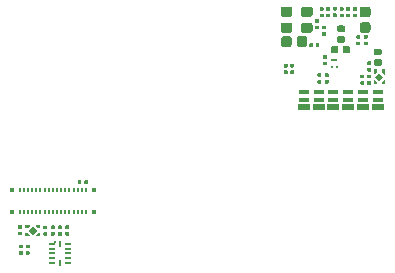
<source format=gbr>
G04 #@! TF.GenerationSoftware,KiCad,Pcbnew,(5.1.5)-3*
G04 #@! TF.CreationDate,2020-07-07T20:54:15-07:00*
G04 #@! TF.ProjectId,Miniscope-V4-Ephys-System,4d696e69-7363-46f7-9065-2d56342d4570,rev?*
G04 #@! TF.SameCoordinates,Original*
G04 #@! TF.FileFunction,Paste,Top*
G04 #@! TF.FilePolarity,Positive*
%FSLAX46Y46*%
G04 Gerber Fmt 4.6, Leading zero omitted, Abs format (unit mm)*
G04 Created by KiCad (PCBNEW (5.1.5)-3) date 2020-07-07 20:54:15*
%MOMM*%
%LPD*%
G04 APERTURE LIST*
%ADD10R,0.520000X0.280000*%
%ADD11R,0.170000X0.280000*%
%ADD12R,1.000000X0.520000*%
%ADD13R,0.840000X0.400000*%
%ADD14R,0.840000X0.410000*%
%ADD15R,0.455000X0.330000*%
%ADD16R,0.180000X0.330000*%
%ADD17C,0.100000*%
%ADD18R,0.150000X0.250000*%
%ADD19R,0.200000X0.600000*%
%ADD20R,0.600000X0.200000*%
G04 APERTURE END LIST*
D10*
X135089600Y-116787400D03*
D11*
X135264600Y-117437400D03*
X134914600Y-117437400D03*
D12*
X132500000Y-120830000D03*
D13*
X132500000Y-120170000D03*
D14*
X132500000Y-119555000D03*
D12*
X137500000Y-120830000D03*
D13*
X137500000Y-120170000D03*
D14*
X137500000Y-119555000D03*
D12*
X135000000Y-120830000D03*
D13*
X135000000Y-120170000D03*
D14*
X135000000Y-119555000D03*
D12*
X133750000Y-120830000D03*
D13*
X133750000Y-120170000D03*
D14*
X133750000Y-119555000D03*
D12*
X136250000Y-120830000D03*
D13*
X136250000Y-120170000D03*
D14*
X136250000Y-119555000D03*
D12*
X138750000Y-120830000D03*
D13*
X138750000Y-120170000D03*
D14*
X138750000Y-119555000D03*
D15*
X107795000Y-129695000D03*
X107795000Y-127805000D03*
X114705000Y-129695000D03*
X114705000Y-127805000D03*
D16*
X114050000Y-129695000D03*
X113700000Y-129695000D03*
X113350000Y-129695000D03*
X113000000Y-129695000D03*
X112650000Y-129695000D03*
X112300000Y-129695000D03*
X111950000Y-129695000D03*
X111600000Y-129695000D03*
X111250000Y-129695000D03*
X110900000Y-129695000D03*
X110550000Y-129695000D03*
X110200000Y-129695000D03*
X109850000Y-129695000D03*
X109500000Y-129695000D03*
X109150000Y-129695000D03*
X108800000Y-129695000D03*
X108450000Y-129695000D03*
X108450000Y-127805000D03*
X108800000Y-127805000D03*
X109150000Y-127805000D03*
X109500000Y-127805000D03*
X109850000Y-127805000D03*
X110200000Y-127805000D03*
X110550000Y-127805000D03*
X110900000Y-127805000D03*
X111250000Y-127805000D03*
X111600000Y-127805000D03*
X111950000Y-127805000D03*
X112300000Y-127805000D03*
X112650000Y-127805000D03*
X113000000Y-127805000D03*
X113350000Y-127805000D03*
X113700000Y-127805000D03*
X114050000Y-127805000D03*
D17*
G36*
X134402296Y-116403373D02*
G01*
X134409819Y-116404489D01*
X134417197Y-116406337D01*
X134424358Y-116408899D01*
X134431233Y-116412151D01*
X134437757Y-116416061D01*
X134443865Y-116420592D01*
X134449501Y-116425699D01*
X134454608Y-116431335D01*
X134459139Y-116437443D01*
X134463049Y-116443967D01*
X134466301Y-116450842D01*
X134468863Y-116458003D01*
X134470711Y-116465381D01*
X134471827Y-116472904D01*
X134472200Y-116480500D01*
X134472200Y-116635500D01*
X134471827Y-116643096D01*
X134470711Y-116650619D01*
X134468863Y-116657997D01*
X134466301Y-116665158D01*
X134463049Y-116672033D01*
X134459139Y-116678557D01*
X134454608Y-116684665D01*
X134449501Y-116690301D01*
X134443865Y-116695408D01*
X134437757Y-116699939D01*
X134431233Y-116703849D01*
X134424358Y-116707101D01*
X134417197Y-116709663D01*
X134409819Y-116711511D01*
X134402296Y-116712627D01*
X134394700Y-116713000D01*
X134209700Y-116713000D01*
X134202104Y-116712627D01*
X134194581Y-116711511D01*
X134187203Y-116709663D01*
X134180042Y-116707101D01*
X134173167Y-116703849D01*
X134166643Y-116699939D01*
X134160535Y-116695408D01*
X134154899Y-116690301D01*
X134149792Y-116684665D01*
X134145261Y-116678557D01*
X134141351Y-116672033D01*
X134138099Y-116665158D01*
X134135537Y-116657997D01*
X134133689Y-116650619D01*
X134132573Y-116643096D01*
X134132200Y-116635500D01*
X134132200Y-116480500D01*
X134132573Y-116472904D01*
X134133689Y-116465381D01*
X134135537Y-116458003D01*
X134138099Y-116450842D01*
X134141351Y-116443967D01*
X134145261Y-116437443D01*
X134149792Y-116431335D01*
X134154899Y-116425699D01*
X134160535Y-116420592D01*
X134166643Y-116416061D01*
X134173167Y-116412151D01*
X134180042Y-116408899D01*
X134187203Y-116406337D01*
X134194581Y-116404489D01*
X134202104Y-116403373D01*
X134209700Y-116403000D01*
X134394700Y-116403000D01*
X134402296Y-116403373D01*
G37*
G36*
X134402296Y-116953373D02*
G01*
X134409819Y-116954489D01*
X134417197Y-116956337D01*
X134424358Y-116958899D01*
X134431233Y-116962151D01*
X134437757Y-116966061D01*
X134443865Y-116970592D01*
X134449501Y-116975699D01*
X134454608Y-116981335D01*
X134459139Y-116987443D01*
X134463049Y-116993967D01*
X134466301Y-117000842D01*
X134468863Y-117008003D01*
X134470711Y-117015381D01*
X134471827Y-117022904D01*
X134472200Y-117030500D01*
X134472200Y-117185500D01*
X134471827Y-117193096D01*
X134470711Y-117200619D01*
X134468863Y-117207997D01*
X134466301Y-117215158D01*
X134463049Y-117222033D01*
X134459139Y-117228557D01*
X134454608Y-117234665D01*
X134449501Y-117240301D01*
X134443865Y-117245408D01*
X134437757Y-117249939D01*
X134431233Y-117253849D01*
X134424358Y-117257101D01*
X134417197Y-117259663D01*
X134409819Y-117261511D01*
X134402296Y-117262627D01*
X134394700Y-117263000D01*
X134209700Y-117263000D01*
X134202104Y-117262627D01*
X134194581Y-117261511D01*
X134187203Y-117259663D01*
X134180042Y-117257101D01*
X134173167Y-117253849D01*
X134166643Y-117249939D01*
X134160535Y-117245408D01*
X134154899Y-117240301D01*
X134149792Y-117234665D01*
X134145261Y-117228557D01*
X134141351Y-117222033D01*
X134138099Y-117215158D01*
X134135537Y-117207997D01*
X134133689Y-117200619D01*
X134132573Y-117193096D01*
X134132200Y-117185500D01*
X134132200Y-117030500D01*
X134132573Y-117022904D01*
X134133689Y-117015381D01*
X134135537Y-117008003D01*
X134138099Y-117000842D01*
X134141351Y-116993967D01*
X134145261Y-116987443D01*
X134149792Y-116981335D01*
X134154899Y-116975699D01*
X134160535Y-116970592D01*
X134166643Y-116966061D01*
X134173167Y-116962151D01*
X134180042Y-116958899D01*
X134187203Y-116956337D01*
X134194581Y-116954489D01*
X134202104Y-116953373D01*
X134209700Y-116953000D01*
X134394700Y-116953000D01*
X134402296Y-116953373D01*
G37*
G36*
X131342529Y-113660023D02*
G01*
X131363157Y-113663083D01*
X131383385Y-113668150D01*
X131403020Y-113675176D01*
X131421872Y-113684092D01*
X131439759Y-113694813D01*
X131456509Y-113707235D01*
X131471960Y-113721240D01*
X131485965Y-113736691D01*
X131498387Y-113753441D01*
X131509108Y-113771328D01*
X131518024Y-113790180D01*
X131525050Y-113809815D01*
X131530117Y-113830043D01*
X131533177Y-113850671D01*
X131534200Y-113871500D01*
X131534200Y-114296500D01*
X131533177Y-114317329D01*
X131530117Y-114337957D01*
X131525050Y-114358185D01*
X131518024Y-114377820D01*
X131509108Y-114396672D01*
X131498387Y-114414559D01*
X131485965Y-114431309D01*
X131471960Y-114446760D01*
X131456509Y-114460765D01*
X131439759Y-114473187D01*
X131421872Y-114483908D01*
X131403020Y-114492824D01*
X131383385Y-114499850D01*
X131363157Y-114504917D01*
X131342529Y-114507977D01*
X131321700Y-114509000D01*
X130746700Y-114509000D01*
X130725871Y-114507977D01*
X130705243Y-114504917D01*
X130685015Y-114499850D01*
X130665380Y-114492824D01*
X130646528Y-114483908D01*
X130628641Y-114473187D01*
X130611891Y-114460765D01*
X130596440Y-114446760D01*
X130582435Y-114431309D01*
X130570013Y-114414559D01*
X130559292Y-114396672D01*
X130550376Y-114377820D01*
X130543350Y-114358185D01*
X130538283Y-114337957D01*
X130535223Y-114317329D01*
X130534200Y-114296500D01*
X130534200Y-113871500D01*
X130535223Y-113850671D01*
X130538283Y-113830043D01*
X130543350Y-113809815D01*
X130550376Y-113790180D01*
X130559292Y-113771328D01*
X130570013Y-113753441D01*
X130582435Y-113736691D01*
X130596440Y-113721240D01*
X130611891Y-113707235D01*
X130628641Y-113694813D01*
X130646528Y-113684092D01*
X130665380Y-113675176D01*
X130685015Y-113668150D01*
X130705243Y-113663083D01*
X130725871Y-113660023D01*
X130746700Y-113659000D01*
X131321700Y-113659000D01*
X131342529Y-113660023D01*
G37*
G36*
X133052529Y-113660023D02*
G01*
X133073157Y-113663083D01*
X133093385Y-113668150D01*
X133113020Y-113675176D01*
X133131872Y-113684092D01*
X133149759Y-113694813D01*
X133166509Y-113707235D01*
X133181960Y-113721240D01*
X133195965Y-113736691D01*
X133208387Y-113753441D01*
X133219108Y-113771328D01*
X133228024Y-113790180D01*
X133235050Y-113809815D01*
X133240117Y-113830043D01*
X133243177Y-113850671D01*
X133244200Y-113871500D01*
X133244200Y-114296500D01*
X133243177Y-114317329D01*
X133240117Y-114337957D01*
X133235050Y-114358185D01*
X133228024Y-114377820D01*
X133219108Y-114396672D01*
X133208387Y-114414559D01*
X133195965Y-114431309D01*
X133181960Y-114446760D01*
X133166509Y-114460765D01*
X133149759Y-114473187D01*
X133131872Y-114483908D01*
X133113020Y-114492824D01*
X133093385Y-114499850D01*
X133073157Y-114504917D01*
X133052529Y-114507977D01*
X133031700Y-114509000D01*
X132456700Y-114509000D01*
X132435871Y-114507977D01*
X132415243Y-114504917D01*
X132395015Y-114499850D01*
X132375380Y-114492824D01*
X132356528Y-114483908D01*
X132338641Y-114473187D01*
X132321891Y-114460765D01*
X132306440Y-114446760D01*
X132292435Y-114431309D01*
X132280013Y-114414559D01*
X132269292Y-114396672D01*
X132260376Y-114377820D01*
X132253350Y-114358185D01*
X132248283Y-114337957D01*
X132245223Y-114317329D01*
X132244200Y-114296500D01*
X132244200Y-113871500D01*
X132245223Y-113850671D01*
X132248283Y-113830043D01*
X132253350Y-113809815D01*
X132260376Y-113790180D01*
X132269292Y-113771328D01*
X132280013Y-113753441D01*
X132292435Y-113736691D01*
X132306440Y-113721240D01*
X132321891Y-113707235D01*
X132338641Y-113694813D01*
X132356528Y-113684092D01*
X132375380Y-113675176D01*
X132395015Y-113668150D01*
X132415243Y-113663083D01*
X132435871Y-113660023D01*
X132456700Y-113659000D01*
X133031700Y-113659000D01*
X133052529Y-113660023D01*
G37*
G36*
X133052529Y-112300023D02*
G01*
X133073157Y-112303083D01*
X133093385Y-112308150D01*
X133113020Y-112315176D01*
X133131872Y-112324092D01*
X133149759Y-112334813D01*
X133166509Y-112347235D01*
X133181960Y-112361240D01*
X133195965Y-112376691D01*
X133208387Y-112393441D01*
X133219108Y-112411328D01*
X133228024Y-112430180D01*
X133235050Y-112449815D01*
X133240117Y-112470043D01*
X133243177Y-112490671D01*
X133244200Y-112511500D01*
X133244200Y-112936500D01*
X133243177Y-112957329D01*
X133240117Y-112977957D01*
X133235050Y-112998185D01*
X133228024Y-113017820D01*
X133219108Y-113036672D01*
X133208387Y-113054559D01*
X133195965Y-113071309D01*
X133181960Y-113086760D01*
X133166509Y-113100765D01*
X133149759Y-113113187D01*
X133131872Y-113123908D01*
X133113020Y-113132824D01*
X133093385Y-113139850D01*
X133073157Y-113144917D01*
X133052529Y-113147977D01*
X133031700Y-113149000D01*
X132456700Y-113149000D01*
X132435871Y-113147977D01*
X132415243Y-113144917D01*
X132395015Y-113139850D01*
X132375380Y-113132824D01*
X132356528Y-113123908D01*
X132338641Y-113113187D01*
X132321891Y-113100765D01*
X132306440Y-113086760D01*
X132292435Y-113071309D01*
X132280013Y-113054559D01*
X132269292Y-113036672D01*
X132260376Y-113017820D01*
X132253350Y-112998185D01*
X132248283Y-112977957D01*
X132245223Y-112957329D01*
X132244200Y-112936500D01*
X132244200Y-112511500D01*
X132245223Y-112490671D01*
X132248283Y-112470043D01*
X132253350Y-112449815D01*
X132260376Y-112430180D01*
X132269292Y-112411328D01*
X132280013Y-112393441D01*
X132292435Y-112376691D01*
X132306440Y-112361240D01*
X132321891Y-112347235D01*
X132338641Y-112334813D01*
X132356528Y-112324092D01*
X132375380Y-112315176D01*
X132395015Y-112308150D01*
X132415243Y-112303083D01*
X132435871Y-112300023D01*
X132456700Y-112299000D01*
X133031700Y-112299000D01*
X133052529Y-112300023D01*
G37*
G36*
X131342529Y-112300023D02*
G01*
X131363157Y-112303083D01*
X131383385Y-112308150D01*
X131403020Y-112315176D01*
X131421872Y-112324092D01*
X131439759Y-112334813D01*
X131456509Y-112347235D01*
X131471960Y-112361240D01*
X131485965Y-112376691D01*
X131498387Y-112393441D01*
X131509108Y-112411328D01*
X131518024Y-112430180D01*
X131525050Y-112449815D01*
X131530117Y-112470043D01*
X131533177Y-112490671D01*
X131534200Y-112511500D01*
X131534200Y-112936500D01*
X131533177Y-112957329D01*
X131530117Y-112977957D01*
X131525050Y-112998185D01*
X131518024Y-113017820D01*
X131509108Y-113036672D01*
X131498387Y-113054559D01*
X131485965Y-113071309D01*
X131471960Y-113086760D01*
X131456509Y-113100765D01*
X131439759Y-113113187D01*
X131421872Y-113123908D01*
X131403020Y-113132824D01*
X131383385Y-113139850D01*
X131363157Y-113144917D01*
X131342529Y-113147977D01*
X131321700Y-113149000D01*
X130746700Y-113149000D01*
X130725871Y-113147977D01*
X130705243Y-113144917D01*
X130685015Y-113139850D01*
X130665380Y-113132824D01*
X130646528Y-113123908D01*
X130628641Y-113113187D01*
X130611891Y-113100765D01*
X130596440Y-113086760D01*
X130582435Y-113071309D01*
X130570013Y-113054559D01*
X130559292Y-113036672D01*
X130550376Y-113017820D01*
X130543350Y-112998185D01*
X130538283Y-112977957D01*
X130535223Y-112957329D01*
X130534200Y-112936500D01*
X130534200Y-112511500D01*
X130535223Y-112490671D01*
X130538283Y-112470043D01*
X130543350Y-112449815D01*
X130550376Y-112430180D01*
X130559292Y-112411328D01*
X130570013Y-112393441D01*
X130582435Y-112376691D01*
X130596440Y-112361240D01*
X130611891Y-112347235D01*
X130628641Y-112334813D01*
X130646528Y-112324092D01*
X130665380Y-112315176D01*
X130685015Y-112308150D01*
X130705243Y-112303083D01*
X130725871Y-112300023D01*
X130746700Y-112299000D01*
X131321700Y-112299000D01*
X131342529Y-112300023D01*
G37*
G36*
X138899600Y-117890589D02*
G01*
X139239011Y-118230000D01*
X138899600Y-118569411D01*
X138560189Y-118230000D01*
X138899600Y-117890589D01*
G37*
G36*
X139349600Y-118050000D02*
G01*
X139099600Y-117800000D01*
X139099600Y-117580000D01*
X139349600Y-117580000D01*
X139349600Y-118050000D01*
G37*
G36*
X138449600Y-118480000D02*
G01*
X138519600Y-118480000D01*
X138699600Y-118660000D01*
X138699600Y-118880000D01*
X138449600Y-118880000D01*
X138449600Y-118480000D01*
G37*
G36*
X138699600Y-117800000D02*
G01*
X138519600Y-117980000D01*
X138449600Y-117980000D01*
X138449600Y-117580000D01*
X138699600Y-117580000D01*
X138699600Y-117800000D01*
G37*
G36*
X139099600Y-118660000D02*
G01*
X139279600Y-118480000D01*
X139349600Y-118480000D01*
X139349600Y-118880000D01*
X139099600Y-118880000D01*
X139099600Y-118660000D01*
G37*
G36*
X109888211Y-131250800D02*
G01*
X109548800Y-131590211D01*
X109209389Y-131250800D01*
X109548800Y-130911389D01*
X109888211Y-131250800D01*
G37*
G36*
X109728800Y-131700800D02*
G01*
X109978800Y-131450800D01*
X110198800Y-131450800D01*
X110198800Y-131700800D01*
X109728800Y-131700800D01*
G37*
G36*
X109298800Y-130800800D02*
G01*
X109298800Y-130870800D01*
X109118800Y-131050800D01*
X108898800Y-131050800D01*
X108898800Y-130800800D01*
X109298800Y-130800800D01*
G37*
G36*
X109978800Y-131050800D02*
G01*
X109798800Y-130870800D01*
X109798800Y-130800800D01*
X110198800Y-130800800D01*
X110198800Y-131050800D01*
X109978800Y-131050800D01*
G37*
G36*
X109118800Y-131450800D02*
G01*
X109298800Y-131630800D01*
X109298800Y-131700800D01*
X108898800Y-131700800D01*
X108898800Y-131450800D01*
X109118800Y-131450800D01*
G37*
D18*
X111435000Y-132221600D03*
D19*
X111860000Y-132396600D03*
D20*
X112510000Y-132396600D03*
X112510000Y-132796600D03*
X112510000Y-133196600D03*
X112510000Y-133596600D03*
X112510000Y-133996600D03*
D19*
X111860000Y-133996600D03*
D20*
X111210000Y-133996600D03*
X111210000Y-133596600D03*
X111210000Y-133196600D03*
X111210000Y-132796600D03*
X111210000Y-132396600D03*
D17*
G36*
X137551896Y-118054373D02*
G01*
X137559419Y-118055489D01*
X137566797Y-118057337D01*
X137573958Y-118059899D01*
X137580833Y-118063151D01*
X137587357Y-118067061D01*
X137593465Y-118071592D01*
X137599101Y-118076699D01*
X137604208Y-118082335D01*
X137608739Y-118088443D01*
X137612649Y-118094967D01*
X137615901Y-118101842D01*
X137618463Y-118109003D01*
X137620311Y-118116381D01*
X137621427Y-118123904D01*
X137621800Y-118131500D01*
X137621800Y-118286500D01*
X137621427Y-118294096D01*
X137620311Y-118301619D01*
X137618463Y-118308997D01*
X137615901Y-118316158D01*
X137612649Y-118323033D01*
X137608739Y-118329557D01*
X137604208Y-118335665D01*
X137599101Y-118341301D01*
X137593465Y-118346408D01*
X137587357Y-118350939D01*
X137580833Y-118354849D01*
X137573958Y-118358101D01*
X137566797Y-118360663D01*
X137559419Y-118362511D01*
X137551896Y-118363627D01*
X137544300Y-118364000D01*
X137359300Y-118364000D01*
X137351704Y-118363627D01*
X137344181Y-118362511D01*
X137336803Y-118360663D01*
X137329642Y-118358101D01*
X137322767Y-118354849D01*
X137316243Y-118350939D01*
X137310135Y-118346408D01*
X137304499Y-118341301D01*
X137299392Y-118335665D01*
X137294861Y-118329557D01*
X137290951Y-118323033D01*
X137287699Y-118316158D01*
X137285137Y-118308997D01*
X137283289Y-118301619D01*
X137282173Y-118294096D01*
X137281800Y-118286500D01*
X137281800Y-118131500D01*
X137282173Y-118123904D01*
X137283289Y-118116381D01*
X137285137Y-118109003D01*
X137287699Y-118101842D01*
X137290951Y-118094967D01*
X137294861Y-118088443D01*
X137299392Y-118082335D01*
X137304499Y-118076699D01*
X137310135Y-118071592D01*
X137316243Y-118067061D01*
X137322767Y-118063151D01*
X137329642Y-118059899D01*
X137336803Y-118057337D01*
X137344181Y-118055489D01*
X137351704Y-118054373D01*
X137359300Y-118054000D01*
X137544300Y-118054000D01*
X137551896Y-118054373D01*
G37*
G36*
X137551896Y-118604373D02*
G01*
X137559419Y-118605489D01*
X137566797Y-118607337D01*
X137573958Y-118609899D01*
X137580833Y-118613151D01*
X137587357Y-118617061D01*
X137593465Y-118621592D01*
X137599101Y-118626699D01*
X137604208Y-118632335D01*
X137608739Y-118638443D01*
X137612649Y-118644967D01*
X137615901Y-118651842D01*
X137618463Y-118659003D01*
X137620311Y-118666381D01*
X137621427Y-118673904D01*
X137621800Y-118681500D01*
X137621800Y-118836500D01*
X137621427Y-118844096D01*
X137620311Y-118851619D01*
X137618463Y-118858997D01*
X137615901Y-118866158D01*
X137612649Y-118873033D01*
X137608739Y-118879557D01*
X137604208Y-118885665D01*
X137599101Y-118891301D01*
X137593465Y-118896408D01*
X137587357Y-118900939D01*
X137580833Y-118904849D01*
X137573958Y-118908101D01*
X137566797Y-118910663D01*
X137559419Y-118912511D01*
X137551896Y-118913627D01*
X137544300Y-118914000D01*
X137359300Y-118914000D01*
X137351704Y-118913627D01*
X137344181Y-118912511D01*
X137336803Y-118910663D01*
X137329642Y-118908101D01*
X137322767Y-118904849D01*
X137316243Y-118900939D01*
X137310135Y-118896408D01*
X137304499Y-118891301D01*
X137299392Y-118885665D01*
X137294861Y-118879557D01*
X137290951Y-118873033D01*
X137287699Y-118866158D01*
X137285137Y-118858997D01*
X137283289Y-118851619D01*
X137282173Y-118844096D01*
X137281800Y-118836500D01*
X137281800Y-118681500D01*
X137282173Y-118673904D01*
X137283289Y-118666381D01*
X137285137Y-118659003D01*
X137287699Y-118651842D01*
X137290951Y-118644967D01*
X137294861Y-118638443D01*
X137299392Y-118632335D01*
X137304499Y-118626699D01*
X137310135Y-118621592D01*
X137316243Y-118617061D01*
X137322767Y-118613151D01*
X137329642Y-118609899D01*
X137336803Y-118607337D01*
X137344181Y-118605489D01*
X137351704Y-118604373D01*
X137359300Y-118604000D01*
X137544300Y-118604000D01*
X137551896Y-118604373D01*
G37*
G36*
X131608296Y-117689973D02*
G01*
X131615819Y-117691089D01*
X131623197Y-117692937D01*
X131630358Y-117695499D01*
X131637233Y-117698751D01*
X131643757Y-117702661D01*
X131649865Y-117707192D01*
X131655501Y-117712299D01*
X131660608Y-117717935D01*
X131665139Y-117724043D01*
X131669049Y-117730567D01*
X131672301Y-117737442D01*
X131674863Y-117744603D01*
X131676711Y-117751981D01*
X131677827Y-117759504D01*
X131678200Y-117767100D01*
X131678200Y-117922100D01*
X131677827Y-117929696D01*
X131676711Y-117937219D01*
X131674863Y-117944597D01*
X131672301Y-117951758D01*
X131669049Y-117958633D01*
X131665139Y-117965157D01*
X131660608Y-117971265D01*
X131655501Y-117976901D01*
X131649865Y-117982008D01*
X131643757Y-117986539D01*
X131637233Y-117990449D01*
X131630358Y-117993701D01*
X131623197Y-117996263D01*
X131615819Y-117998111D01*
X131608296Y-117999227D01*
X131600700Y-117999600D01*
X131415700Y-117999600D01*
X131408104Y-117999227D01*
X131400581Y-117998111D01*
X131393203Y-117996263D01*
X131386042Y-117993701D01*
X131379167Y-117990449D01*
X131372643Y-117986539D01*
X131366535Y-117982008D01*
X131360899Y-117976901D01*
X131355792Y-117971265D01*
X131351261Y-117965157D01*
X131347351Y-117958633D01*
X131344099Y-117951758D01*
X131341537Y-117944597D01*
X131339689Y-117937219D01*
X131338573Y-117929696D01*
X131338200Y-117922100D01*
X131338200Y-117767100D01*
X131338573Y-117759504D01*
X131339689Y-117751981D01*
X131341537Y-117744603D01*
X131344099Y-117737442D01*
X131347351Y-117730567D01*
X131351261Y-117724043D01*
X131355792Y-117717935D01*
X131360899Y-117712299D01*
X131366535Y-117707192D01*
X131372643Y-117702661D01*
X131379167Y-117698751D01*
X131386042Y-117695499D01*
X131393203Y-117692937D01*
X131400581Y-117691089D01*
X131408104Y-117689973D01*
X131415700Y-117689600D01*
X131600700Y-117689600D01*
X131608296Y-117689973D01*
G37*
G36*
X131608296Y-117139973D02*
G01*
X131615819Y-117141089D01*
X131623197Y-117142937D01*
X131630358Y-117145499D01*
X131637233Y-117148751D01*
X131643757Y-117152661D01*
X131649865Y-117157192D01*
X131655501Y-117162299D01*
X131660608Y-117167935D01*
X131665139Y-117174043D01*
X131669049Y-117180567D01*
X131672301Y-117187442D01*
X131674863Y-117194603D01*
X131676711Y-117201981D01*
X131677827Y-117209504D01*
X131678200Y-117217100D01*
X131678200Y-117372100D01*
X131677827Y-117379696D01*
X131676711Y-117387219D01*
X131674863Y-117394597D01*
X131672301Y-117401758D01*
X131669049Y-117408633D01*
X131665139Y-117415157D01*
X131660608Y-117421265D01*
X131655501Y-117426901D01*
X131649865Y-117432008D01*
X131643757Y-117436539D01*
X131637233Y-117440449D01*
X131630358Y-117443701D01*
X131623197Y-117446263D01*
X131615819Y-117448111D01*
X131608296Y-117449227D01*
X131600700Y-117449600D01*
X131415700Y-117449600D01*
X131408104Y-117449227D01*
X131400581Y-117448111D01*
X131393203Y-117446263D01*
X131386042Y-117443701D01*
X131379167Y-117440449D01*
X131372643Y-117436539D01*
X131366535Y-117432008D01*
X131360899Y-117426901D01*
X131355792Y-117421265D01*
X131351261Y-117415157D01*
X131347351Y-117408633D01*
X131344099Y-117401758D01*
X131341537Y-117394597D01*
X131339689Y-117387219D01*
X131338573Y-117379696D01*
X131338200Y-117372100D01*
X131338200Y-117217100D01*
X131338573Y-117209504D01*
X131339689Y-117201981D01*
X131341537Y-117194603D01*
X131344099Y-117187442D01*
X131347351Y-117180567D01*
X131351261Y-117174043D01*
X131355792Y-117167935D01*
X131360899Y-117162299D01*
X131366535Y-117157192D01*
X131372643Y-117152661D01*
X131379167Y-117148751D01*
X131386042Y-117145499D01*
X131393203Y-117142937D01*
X131400581Y-117141089D01*
X131408104Y-117139973D01*
X131415700Y-117139600D01*
X131600700Y-117139600D01*
X131608296Y-117139973D01*
G37*
G36*
X131049496Y-117689973D02*
G01*
X131057019Y-117691089D01*
X131064397Y-117692937D01*
X131071558Y-117695499D01*
X131078433Y-117698751D01*
X131084957Y-117702661D01*
X131091065Y-117707192D01*
X131096701Y-117712299D01*
X131101808Y-117717935D01*
X131106339Y-117724043D01*
X131110249Y-117730567D01*
X131113501Y-117737442D01*
X131116063Y-117744603D01*
X131117911Y-117751981D01*
X131119027Y-117759504D01*
X131119400Y-117767100D01*
X131119400Y-117922100D01*
X131119027Y-117929696D01*
X131117911Y-117937219D01*
X131116063Y-117944597D01*
X131113501Y-117951758D01*
X131110249Y-117958633D01*
X131106339Y-117965157D01*
X131101808Y-117971265D01*
X131096701Y-117976901D01*
X131091065Y-117982008D01*
X131084957Y-117986539D01*
X131078433Y-117990449D01*
X131071558Y-117993701D01*
X131064397Y-117996263D01*
X131057019Y-117998111D01*
X131049496Y-117999227D01*
X131041900Y-117999600D01*
X130856900Y-117999600D01*
X130849304Y-117999227D01*
X130841781Y-117998111D01*
X130834403Y-117996263D01*
X130827242Y-117993701D01*
X130820367Y-117990449D01*
X130813843Y-117986539D01*
X130807735Y-117982008D01*
X130802099Y-117976901D01*
X130796992Y-117971265D01*
X130792461Y-117965157D01*
X130788551Y-117958633D01*
X130785299Y-117951758D01*
X130782737Y-117944597D01*
X130780889Y-117937219D01*
X130779773Y-117929696D01*
X130779400Y-117922100D01*
X130779400Y-117767100D01*
X130779773Y-117759504D01*
X130780889Y-117751981D01*
X130782737Y-117744603D01*
X130785299Y-117737442D01*
X130788551Y-117730567D01*
X130792461Y-117724043D01*
X130796992Y-117717935D01*
X130802099Y-117712299D01*
X130807735Y-117707192D01*
X130813843Y-117702661D01*
X130820367Y-117698751D01*
X130827242Y-117695499D01*
X130834403Y-117692937D01*
X130841781Y-117691089D01*
X130849304Y-117689973D01*
X130856900Y-117689600D01*
X131041900Y-117689600D01*
X131049496Y-117689973D01*
G37*
G36*
X131049496Y-117139973D02*
G01*
X131057019Y-117141089D01*
X131064397Y-117142937D01*
X131071558Y-117145499D01*
X131078433Y-117148751D01*
X131084957Y-117152661D01*
X131091065Y-117157192D01*
X131096701Y-117162299D01*
X131101808Y-117167935D01*
X131106339Y-117174043D01*
X131110249Y-117180567D01*
X131113501Y-117187442D01*
X131116063Y-117194603D01*
X131117911Y-117201981D01*
X131119027Y-117209504D01*
X131119400Y-117217100D01*
X131119400Y-117372100D01*
X131119027Y-117379696D01*
X131117911Y-117387219D01*
X131116063Y-117394597D01*
X131113501Y-117401758D01*
X131110249Y-117408633D01*
X131106339Y-117415157D01*
X131101808Y-117421265D01*
X131096701Y-117426901D01*
X131091065Y-117432008D01*
X131084957Y-117436539D01*
X131078433Y-117440449D01*
X131071558Y-117443701D01*
X131064397Y-117446263D01*
X131057019Y-117448111D01*
X131049496Y-117449227D01*
X131041900Y-117449600D01*
X130856900Y-117449600D01*
X130849304Y-117449227D01*
X130841781Y-117448111D01*
X130834403Y-117446263D01*
X130827242Y-117443701D01*
X130820367Y-117440449D01*
X130813843Y-117436539D01*
X130807735Y-117432008D01*
X130802099Y-117426901D01*
X130796992Y-117421265D01*
X130792461Y-117415157D01*
X130788551Y-117408633D01*
X130785299Y-117401758D01*
X130782737Y-117394597D01*
X130780889Y-117387219D01*
X130779773Y-117379696D01*
X130779400Y-117372100D01*
X130779400Y-117217100D01*
X130779773Y-117209504D01*
X130780889Y-117201981D01*
X130782737Y-117194603D01*
X130785299Y-117187442D01*
X130788551Y-117180567D01*
X130792461Y-117174043D01*
X130796992Y-117167935D01*
X130802099Y-117162299D01*
X130807735Y-117157192D01*
X130813843Y-117152661D01*
X130820367Y-117148751D01*
X130827242Y-117145499D01*
X130834403Y-117142937D01*
X130841781Y-117141089D01*
X130849304Y-117139973D01*
X130856900Y-117139600D01*
X131041900Y-117139600D01*
X131049496Y-117139973D01*
G37*
G36*
X114148896Y-126993773D02*
G01*
X114156419Y-126994889D01*
X114163797Y-126996737D01*
X114170958Y-126999299D01*
X114177833Y-127002551D01*
X114184357Y-127006461D01*
X114190465Y-127010992D01*
X114196101Y-127016099D01*
X114201208Y-127021735D01*
X114205739Y-127027843D01*
X114209649Y-127034367D01*
X114212901Y-127041242D01*
X114215463Y-127048403D01*
X114217311Y-127055781D01*
X114218427Y-127063304D01*
X114218800Y-127070900D01*
X114218800Y-127255900D01*
X114218427Y-127263496D01*
X114217311Y-127271019D01*
X114215463Y-127278397D01*
X114212901Y-127285558D01*
X114209649Y-127292433D01*
X114205739Y-127298957D01*
X114201208Y-127305065D01*
X114196101Y-127310701D01*
X114190465Y-127315808D01*
X114184357Y-127320339D01*
X114177833Y-127324249D01*
X114170958Y-127327501D01*
X114163797Y-127330063D01*
X114156419Y-127331911D01*
X114148896Y-127333027D01*
X114141300Y-127333400D01*
X113986300Y-127333400D01*
X113978704Y-127333027D01*
X113971181Y-127331911D01*
X113963803Y-127330063D01*
X113956642Y-127327501D01*
X113949767Y-127324249D01*
X113943243Y-127320339D01*
X113937135Y-127315808D01*
X113931499Y-127310701D01*
X113926392Y-127305065D01*
X113921861Y-127298957D01*
X113917951Y-127292433D01*
X113914699Y-127285558D01*
X113912137Y-127278397D01*
X113910289Y-127271019D01*
X113909173Y-127263496D01*
X113908800Y-127255900D01*
X113908800Y-127070900D01*
X113909173Y-127063304D01*
X113910289Y-127055781D01*
X113912137Y-127048403D01*
X113914699Y-127041242D01*
X113917951Y-127034367D01*
X113921861Y-127027843D01*
X113926392Y-127021735D01*
X113931499Y-127016099D01*
X113937135Y-127010992D01*
X113943243Y-127006461D01*
X113949767Y-127002551D01*
X113956642Y-126999299D01*
X113963803Y-126996737D01*
X113971181Y-126994889D01*
X113978704Y-126993773D01*
X113986300Y-126993400D01*
X114141300Y-126993400D01*
X114148896Y-126993773D01*
G37*
G36*
X113598896Y-126993773D02*
G01*
X113606419Y-126994889D01*
X113613797Y-126996737D01*
X113620958Y-126999299D01*
X113627833Y-127002551D01*
X113634357Y-127006461D01*
X113640465Y-127010992D01*
X113646101Y-127016099D01*
X113651208Y-127021735D01*
X113655739Y-127027843D01*
X113659649Y-127034367D01*
X113662901Y-127041242D01*
X113665463Y-127048403D01*
X113667311Y-127055781D01*
X113668427Y-127063304D01*
X113668800Y-127070900D01*
X113668800Y-127255900D01*
X113668427Y-127263496D01*
X113667311Y-127271019D01*
X113665463Y-127278397D01*
X113662901Y-127285558D01*
X113659649Y-127292433D01*
X113655739Y-127298957D01*
X113651208Y-127305065D01*
X113646101Y-127310701D01*
X113640465Y-127315808D01*
X113634357Y-127320339D01*
X113627833Y-127324249D01*
X113620958Y-127327501D01*
X113613797Y-127330063D01*
X113606419Y-127331911D01*
X113598896Y-127333027D01*
X113591300Y-127333400D01*
X113436300Y-127333400D01*
X113428704Y-127333027D01*
X113421181Y-127331911D01*
X113413803Y-127330063D01*
X113406642Y-127327501D01*
X113399767Y-127324249D01*
X113393243Y-127320339D01*
X113387135Y-127315808D01*
X113381499Y-127310701D01*
X113376392Y-127305065D01*
X113371861Y-127298957D01*
X113367951Y-127292433D01*
X113364699Y-127285558D01*
X113362137Y-127278397D01*
X113360289Y-127271019D01*
X113359173Y-127263496D01*
X113358800Y-127255900D01*
X113358800Y-127070900D01*
X113359173Y-127063304D01*
X113360289Y-127055781D01*
X113362137Y-127048403D01*
X113364699Y-127041242D01*
X113367951Y-127034367D01*
X113371861Y-127027843D01*
X113376392Y-127021735D01*
X113381499Y-127016099D01*
X113387135Y-127010992D01*
X113393243Y-127006461D01*
X113399767Y-127002551D01*
X113406642Y-126999299D01*
X113413803Y-126996737D01*
X113421181Y-126994889D01*
X113428704Y-126993773D01*
X113436300Y-126993400D01*
X113591300Y-126993400D01*
X113598896Y-126993773D01*
G37*
G36*
X111348896Y-131373173D02*
G01*
X111356419Y-131374289D01*
X111363797Y-131376137D01*
X111370958Y-131378699D01*
X111377833Y-131381951D01*
X111384357Y-131385861D01*
X111390465Y-131390392D01*
X111396101Y-131395499D01*
X111401208Y-131401135D01*
X111405739Y-131407243D01*
X111409649Y-131413767D01*
X111412901Y-131420642D01*
X111415463Y-131427803D01*
X111417311Y-131435181D01*
X111418427Y-131442704D01*
X111418800Y-131450300D01*
X111418800Y-131605300D01*
X111418427Y-131612896D01*
X111417311Y-131620419D01*
X111415463Y-131627797D01*
X111412901Y-131634958D01*
X111409649Y-131641833D01*
X111405739Y-131648357D01*
X111401208Y-131654465D01*
X111396101Y-131660101D01*
X111390465Y-131665208D01*
X111384357Y-131669739D01*
X111377833Y-131673649D01*
X111370958Y-131676901D01*
X111363797Y-131679463D01*
X111356419Y-131681311D01*
X111348896Y-131682427D01*
X111341300Y-131682800D01*
X111156300Y-131682800D01*
X111148704Y-131682427D01*
X111141181Y-131681311D01*
X111133803Y-131679463D01*
X111126642Y-131676901D01*
X111119767Y-131673649D01*
X111113243Y-131669739D01*
X111107135Y-131665208D01*
X111101499Y-131660101D01*
X111096392Y-131654465D01*
X111091861Y-131648357D01*
X111087951Y-131641833D01*
X111084699Y-131634958D01*
X111082137Y-131627797D01*
X111080289Y-131620419D01*
X111079173Y-131612896D01*
X111078800Y-131605300D01*
X111078800Y-131450300D01*
X111079173Y-131442704D01*
X111080289Y-131435181D01*
X111082137Y-131427803D01*
X111084699Y-131420642D01*
X111087951Y-131413767D01*
X111091861Y-131407243D01*
X111096392Y-131401135D01*
X111101499Y-131395499D01*
X111107135Y-131390392D01*
X111113243Y-131385861D01*
X111119767Y-131381951D01*
X111126642Y-131378699D01*
X111133803Y-131376137D01*
X111141181Y-131374289D01*
X111148704Y-131373173D01*
X111156300Y-131372800D01*
X111341300Y-131372800D01*
X111348896Y-131373173D01*
G37*
G36*
X111348896Y-130823173D02*
G01*
X111356419Y-130824289D01*
X111363797Y-130826137D01*
X111370958Y-130828699D01*
X111377833Y-130831951D01*
X111384357Y-130835861D01*
X111390465Y-130840392D01*
X111396101Y-130845499D01*
X111401208Y-130851135D01*
X111405739Y-130857243D01*
X111409649Y-130863767D01*
X111412901Y-130870642D01*
X111415463Y-130877803D01*
X111417311Y-130885181D01*
X111418427Y-130892704D01*
X111418800Y-130900300D01*
X111418800Y-131055300D01*
X111418427Y-131062896D01*
X111417311Y-131070419D01*
X111415463Y-131077797D01*
X111412901Y-131084958D01*
X111409649Y-131091833D01*
X111405739Y-131098357D01*
X111401208Y-131104465D01*
X111396101Y-131110101D01*
X111390465Y-131115208D01*
X111384357Y-131119739D01*
X111377833Y-131123649D01*
X111370958Y-131126901D01*
X111363797Y-131129463D01*
X111356419Y-131131311D01*
X111348896Y-131132427D01*
X111341300Y-131132800D01*
X111156300Y-131132800D01*
X111148704Y-131132427D01*
X111141181Y-131131311D01*
X111133803Y-131129463D01*
X111126642Y-131126901D01*
X111119767Y-131123649D01*
X111113243Y-131119739D01*
X111107135Y-131115208D01*
X111101499Y-131110101D01*
X111096392Y-131104465D01*
X111091861Y-131098357D01*
X111087951Y-131091833D01*
X111084699Y-131084958D01*
X111082137Y-131077797D01*
X111080289Y-131070419D01*
X111079173Y-131062896D01*
X111078800Y-131055300D01*
X111078800Y-130900300D01*
X111079173Y-130892704D01*
X111080289Y-130885181D01*
X111082137Y-130877803D01*
X111084699Y-130870642D01*
X111087951Y-130863767D01*
X111091861Y-130857243D01*
X111096392Y-130851135D01*
X111101499Y-130845499D01*
X111107135Y-130840392D01*
X111113243Y-130835861D01*
X111119767Y-130831951D01*
X111126642Y-130828699D01*
X111133803Y-130826137D01*
X111141181Y-130824289D01*
X111148704Y-130823173D01*
X111156300Y-130822800D01*
X111341300Y-130822800D01*
X111348896Y-130823173D01*
G37*
G36*
X112568096Y-131373173D02*
G01*
X112575619Y-131374289D01*
X112582997Y-131376137D01*
X112590158Y-131378699D01*
X112597033Y-131381951D01*
X112603557Y-131385861D01*
X112609665Y-131390392D01*
X112615301Y-131395499D01*
X112620408Y-131401135D01*
X112624939Y-131407243D01*
X112628849Y-131413767D01*
X112632101Y-131420642D01*
X112634663Y-131427803D01*
X112636511Y-131435181D01*
X112637627Y-131442704D01*
X112638000Y-131450300D01*
X112638000Y-131605300D01*
X112637627Y-131612896D01*
X112636511Y-131620419D01*
X112634663Y-131627797D01*
X112632101Y-131634958D01*
X112628849Y-131641833D01*
X112624939Y-131648357D01*
X112620408Y-131654465D01*
X112615301Y-131660101D01*
X112609665Y-131665208D01*
X112603557Y-131669739D01*
X112597033Y-131673649D01*
X112590158Y-131676901D01*
X112582997Y-131679463D01*
X112575619Y-131681311D01*
X112568096Y-131682427D01*
X112560500Y-131682800D01*
X112375500Y-131682800D01*
X112367904Y-131682427D01*
X112360381Y-131681311D01*
X112353003Y-131679463D01*
X112345842Y-131676901D01*
X112338967Y-131673649D01*
X112332443Y-131669739D01*
X112326335Y-131665208D01*
X112320699Y-131660101D01*
X112315592Y-131654465D01*
X112311061Y-131648357D01*
X112307151Y-131641833D01*
X112303899Y-131634958D01*
X112301337Y-131627797D01*
X112299489Y-131620419D01*
X112298373Y-131612896D01*
X112298000Y-131605300D01*
X112298000Y-131450300D01*
X112298373Y-131442704D01*
X112299489Y-131435181D01*
X112301337Y-131427803D01*
X112303899Y-131420642D01*
X112307151Y-131413767D01*
X112311061Y-131407243D01*
X112315592Y-131401135D01*
X112320699Y-131395499D01*
X112326335Y-131390392D01*
X112332443Y-131385861D01*
X112338967Y-131381951D01*
X112345842Y-131378699D01*
X112353003Y-131376137D01*
X112360381Y-131374289D01*
X112367904Y-131373173D01*
X112375500Y-131372800D01*
X112560500Y-131372800D01*
X112568096Y-131373173D01*
G37*
G36*
X112568096Y-130823173D02*
G01*
X112575619Y-130824289D01*
X112582997Y-130826137D01*
X112590158Y-130828699D01*
X112597033Y-130831951D01*
X112603557Y-130835861D01*
X112609665Y-130840392D01*
X112615301Y-130845499D01*
X112620408Y-130851135D01*
X112624939Y-130857243D01*
X112628849Y-130863767D01*
X112632101Y-130870642D01*
X112634663Y-130877803D01*
X112636511Y-130885181D01*
X112637627Y-130892704D01*
X112638000Y-130900300D01*
X112638000Y-131055300D01*
X112637627Y-131062896D01*
X112636511Y-131070419D01*
X112634663Y-131077797D01*
X112632101Y-131084958D01*
X112628849Y-131091833D01*
X112624939Y-131098357D01*
X112620408Y-131104465D01*
X112615301Y-131110101D01*
X112609665Y-131115208D01*
X112603557Y-131119739D01*
X112597033Y-131123649D01*
X112590158Y-131126901D01*
X112582997Y-131129463D01*
X112575619Y-131131311D01*
X112568096Y-131132427D01*
X112560500Y-131132800D01*
X112375500Y-131132800D01*
X112367904Y-131132427D01*
X112360381Y-131131311D01*
X112353003Y-131129463D01*
X112345842Y-131126901D01*
X112338967Y-131123649D01*
X112332443Y-131119739D01*
X112326335Y-131115208D01*
X112320699Y-131110101D01*
X112315592Y-131104465D01*
X112311061Y-131098357D01*
X112307151Y-131091833D01*
X112303899Y-131084958D01*
X112301337Y-131077797D01*
X112299489Y-131070419D01*
X112298373Y-131062896D01*
X112298000Y-131055300D01*
X112298000Y-130900300D01*
X112298373Y-130892704D01*
X112299489Y-130885181D01*
X112301337Y-130877803D01*
X112303899Y-130870642D01*
X112307151Y-130863767D01*
X112311061Y-130857243D01*
X112315592Y-130851135D01*
X112320699Y-130845499D01*
X112326335Y-130840392D01*
X112332443Y-130835861D01*
X112338967Y-130831951D01*
X112345842Y-130828699D01*
X112353003Y-130826137D01*
X112360381Y-130824289D01*
X112367904Y-130823173D01*
X112375500Y-130822800D01*
X112560500Y-130822800D01*
X112568096Y-130823173D01*
G37*
G36*
X111958496Y-131373173D02*
G01*
X111966019Y-131374289D01*
X111973397Y-131376137D01*
X111980558Y-131378699D01*
X111987433Y-131381951D01*
X111993957Y-131385861D01*
X112000065Y-131390392D01*
X112005701Y-131395499D01*
X112010808Y-131401135D01*
X112015339Y-131407243D01*
X112019249Y-131413767D01*
X112022501Y-131420642D01*
X112025063Y-131427803D01*
X112026911Y-131435181D01*
X112028027Y-131442704D01*
X112028400Y-131450300D01*
X112028400Y-131605300D01*
X112028027Y-131612896D01*
X112026911Y-131620419D01*
X112025063Y-131627797D01*
X112022501Y-131634958D01*
X112019249Y-131641833D01*
X112015339Y-131648357D01*
X112010808Y-131654465D01*
X112005701Y-131660101D01*
X112000065Y-131665208D01*
X111993957Y-131669739D01*
X111987433Y-131673649D01*
X111980558Y-131676901D01*
X111973397Y-131679463D01*
X111966019Y-131681311D01*
X111958496Y-131682427D01*
X111950900Y-131682800D01*
X111765900Y-131682800D01*
X111758304Y-131682427D01*
X111750781Y-131681311D01*
X111743403Y-131679463D01*
X111736242Y-131676901D01*
X111729367Y-131673649D01*
X111722843Y-131669739D01*
X111716735Y-131665208D01*
X111711099Y-131660101D01*
X111705992Y-131654465D01*
X111701461Y-131648357D01*
X111697551Y-131641833D01*
X111694299Y-131634958D01*
X111691737Y-131627797D01*
X111689889Y-131620419D01*
X111688773Y-131612896D01*
X111688400Y-131605300D01*
X111688400Y-131450300D01*
X111688773Y-131442704D01*
X111689889Y-131435181D01*
X111691737Y-131427803D01*
X111694299Y-131420642D01*
X111697551Y-131413767D01*
X111701461Y-131407243D01*
X111705992Y-131401135D01*
X111711099Y-131395499D01*
X111716735Y-131390392D01*
X111722843Y-131385861D01*
X111729367Y-131381951D01*
X111736242Y-131378699D01*
X111743403Y-131376137D01*
X111750781Y-131374289D01*
X111758304Y-131373173D01*
X111765900Y-131372800D01*
X111950900Y-131372800D01*
X111958496Y-131373173D01*
G37*
G36*
X111958496Y-130823173D02*
G01*
X111966019Y-130824289D01*
X111973397Y-130826137D01*
X111980558Y-130828699D01*
X111987433Y-130831951D01*
X111993957Y-130835861D01*
X112000065Y-130840392D01*
X112005701Y-130845499D01*
X112010808Y-130851135D01*
X112015339Y-130857243D01*
X112019249Y-130863767D01*
X112022501Y-130870642D01*
X112025063Y-130877803D01*
X112026911Y-130885181D01*
X112028027Y-130892704D01*
X112028400Y-130900300D01*
X112028400Y-131055300D01*
X112028027Y-131062896D01*
X112026911Y-131070419D01*
X112025063Y-131077797D01*
X112022501Y-131084958D01*
X112019249Y-131091833D01*
X112015339Y-131098357D01*
X112010808Y-131104465D01*
X112005701Y-131110101D01*
X112000065Y-131115208D01*
X111993957Y-131119739D01*
X111987433Y-131123649D01*
X111980558Y-131126901D01*
X111973397Y-131129463D01*
X111966019Y-131131311D01*
X111958496Y-131132427D01*
X111950900Y-131132800D01*
X111765900Y-131132800D01*
X111758304Y-131132427D01*
X111750781Y-131131311D01*
X111743403Y-131129463D01*
X111736242Y-131126901D01*
X111729367Y-131123649D01*
X111722843Y-131119739D01*
X111716735Y-131115208D01*
X111711099Y-131110101D01*
X111705992Y-131104465D01*
X111701461Y-131098357D01*
X111697551Y-131091833D01*
X111694299Y-131084958D01*
X111691737Y-131077797D01*
X111689889Y-131070419D01*
X111688773Y-131062896D01*
X111688400Y-131055300D01*
X111688400Y-130900300D01*
X111688773Y-130892704D01*
X111689889Y-130885181D01*
X111691737Y-130877803D01*
X111694299Y-130870642D01*
X111697551Y-130863767D01*
X111701461Y-130857243D01*
X111705992Y-130851135D01*
X111711099Y-130845499D01*
X111716735Y-130840392D01*
X111722843Y-130835861D01*
X111729367Y-130831951D01*
X111736242Y-130828699D01*
X111743403Y-130826137D01*
X111750781Y-130824289D01*
X111758304Y-130823173D01*
X111765900Y-130822800D01*
X111950900Y-130822800D01*
X111958496Y-130823173D01*
G37*
G36*
X137939709Y-112295071D02*
G01*
X137961308Y-112298275D01*
X137982488Y-112303581D01*
X138003047Y-112310937D01*
X138022786Y-112320273D01*
X138041514Y-112331498D01*
X138059053Y-112344505D01*
X138075231Y-112359169D01*
X138089895Y-112375347D01*
X138102902Y-112392886D01*
X138114127Y-112411614D01*
X138123463Y-112431353D01*
X138130819Y-112451912D01*
X138136125Y-112473092D01*
X138139329Y-112494691D01*
X138140400Y-112516500D01*
X138140400Y-112961500D01*
X138139329Y-112983309D01*
X138136125Y-113004908D01*
X138130819Y-113026088D01*
X138123463Y-113046647D01*
X138114127Y-113066386D01*
X138102902Y-113085114D01*
X138089895Y-113102653D01*
X138075231Y-113118831D01*
X138059053Y-113133495D01*
X138041514Y-113146502D01*
X138022786Y-113157727D01*
X138003047Y-113167063D01*
X137982488Y-113174419D01*
X137961308Y-113179725D01*
X137939709Y-113182929D01*
X137917900Y-113184000D01*
X137442900Y-113184000D01*
X137421091Y-113182929D01*
X137399492Y-113179725D01*
X137378312Y-113174419D01*
X137357753Y-113167063D01*
X137338014Y-113157727D01*
X137319286Y-113146502D01*
X137301747Y-113133495D01*
X137285569Y-113118831D01*
X137270905Y-113102653D01*
X137257898Y-113085114D01*
X137246673Y-113066386D01*
X137237337Y-113046647D01*
X137229981Y-113026088D01*
X137224675Y-113004908D01*
X137221471Y-112983309D01*
X137220400Y-112961500D01*
X137220400Y-112516500D01*
X137221471Y-112494691D01*
X137224675Y-112473092D01*
X137229981Y-112451912D01*
X137237337Y-112431353D01*
X137246673Y-112411614D01*
X137257898Y-112392886D01*
X137270905Y-112375347D01*
X137285569Y-112359169D01*
X137301747Y-112344505D01*
X137319286Y-112331498D01*
X137338014Y-112320273D01*
X137357753Y-112310937D01*
X137378312Y-112303581D01*
X137399492Y-112298275D01*
X137421091Y-112295071D01*
X137442900Y-112294000D01*
X137917900Y-112294000D01*
X137939709Y-112295071D01*
G37*
G36*
X137939709Y-113625071D02*
G01*
X137961308Y-113628275D01*
X137982488Y-113633581D01*
X138003047Y-113640937D01*
X138022786Y-113650273D01*
X138041514Y-113661498D01*
X138059053Y-113674505D01*
X138075231Y-113689169D01*
X138089895Y-113705347D01*
X138102902Y-113722886D01*
X138114127Y-113741614D01*
X138123463Y-113761353D01*
X138130819Y-113781912D01*
X138136125Y-113803092D01*
X138139329Y-113824691D01*
X138140400Y-113846500D01*
X138140400Y-114291500D01*
X138139329Y-114313309D01*
X138136125Y-114334908D01*
X138130819Y-114356088D01*
X138123463Y-114376647D01*
X138114127Y-114396386D01*
X138102902Y-114415114D01*
X138089895Y-114432653D01*
X138075231Y-114448831D01*
X138059053Y-114463495D01*
X138041514Y-114476502D01*
X138022786Y-114487727D01*
X138003047Y-114497063D01*
X137982488Y-114504419D01*
X137961308Y-114509725D01*
X137939709Y-114512929D01*
X137917900Y-114514000D01*
X137442900Y-114514000D01*
X137421091Y-114512929D01*
X137399492Y-114509725D01*
X137378312Y-114504419D01*
X137357753Y-114497063D01*
X137338014Y-114487727D01*
X137319286Y-114476502D01*
X137301747Y-114463495D01*
X137285569Y-114448831D01*
X137270905Y-114432653D01*
X137257898Y-114415114D01*
X137246673Y-114396386D01*
X137237337Y-114376647D01*
X137229981Y-114356088D01*
X137224675Y-114334908D01*
X137221471Y-114313309D01*
X137220400Y-114291500D01*
X137220400Y-113846500D01*
X137221471Y-113824691D01*
X137224675Y-113803092D01*
X137229981Y-113781912D01*
X137237337Y-113761353D01*
X137246673Y-113741614D01*
X137257898Y-113722886D01*
X137270905Y-113705347D01*
X137285569Y-113689169D01*
X137301747Y-113674505D01*
X137319286Y-113661498D01*
X137338014Y-113650273D01*
X137357753Y-113640937D01*
X137378312Y-113633581D01*
X137399492Y-113628275D01*
X137421091Y-113625071D01*
X137442900Y-113624000D01*
X137917900Y-113624000D01*
X137939709Y-113625071D01*
G37*
G36*
X132595309Y-114799271D02*
G01*
X132616908Y-114802475D01*
X132638088Y-114807781D01*
X132658647Y-114815137D01*
X132678386Y-114824473D01*
X132697114Y-114835698D01*
X132714653Y-114848705D01*
X132730831Y-114863369D01*
X132745495Y-114879547D01*
X132758502Y-114897086D01*
X132769727Y-114915814D01*
X132779063Y-114935553D01*
X132786419Y-114956112D01*
X132791725Y-114977292D01*
X132794929Y-114998891D01*
X132796000Y-115020700D01*
X132796000Y-115495700D01*
X132794929Y-115517509D01*
X132791725Y-115539108D01*
X132786419Y-115560288D01*
X132779063Y-115580847D01*
X132769727Y-115600586D01*
X132758502Y-115619314D01*
X132745495Y-115636853D01*
X132730831Y-115653031D01*
X132714653Y-115667695D01*
X132697114Y-115680702D01*
X132678386Y-115691927D01*
X132658647Y-115701263D01*
X132638088Y-115708619D01*
X132616908Y-115713925D01*
X132595309Y-115717129D01*
X132573500Y-115718200D01*
X132128500Y-115718200D01*
X132106691Y-115717129D01*
X132085092Y-115713925D01*
X132063912Y-115708619D01*
X132043353Y-115701263D01*
X132023614Y-115691927D01*
X132004886Y-115680702D01*
X131987347Y-115667695D01*
X131971169Y-115653031D01*
X131956505Y-115636853D01*
X131943498Y-115619314D01*
X131932273Y-115600586D01*
X131922937Y-115580847D01*
X131915581Y-115560288D01*
X131910275Y-115539108D01*
X131907071Y-115517509D01*
X131906000Y-115495700D01*
X131906000Y-115020700D01*
X131907071Y-114998891D01*
X131910275Y-114977292D01*
X131915581Y-114956112D01*
X131922937Y-114935553D01*
X131932273Y-114915814D01*
X131943498Y-114897086D01*
X131956505Y-114879547D01*
X131971169Y-114863369D01*
X131987347Y-114848705D01*
X132004886Y-114835698D01*
X132023614Y-114824473D01*
X132043353Y-114815137D01*
X132063912Y-114807781D01*
X132085092Y-114802475D01*
X132106691Y-114799271D01*
X132128500Y-114798200D01*
X132573500Y-114798200D01*
X132595309Y-114799271D01*
G37*
G36*
X131265309Y-114799271D02*
G01*
X131286908Y-114802475D01*
X131308088Y-114807781D01*
X131328647Y-114815137D01*
X131348386Y-114824473D01*
X131367114Y-114835698D01*
X131384653Y-114848705D01*
X131400831Y-114863369D01*
X131415495Y-114879547D01*
X131428502Y-114897086D01*
X131439727Y-114915814D01*
X131449063Y-114935553D01*
X131456419Y-114956112D01*
X131461725Y-114977292D01*
X131464929Y-114998891D01*
X131466000Y-115020700D01*
X131466000Y-115495700D01*
X131464929Y-115517509D01*
X131461725Y-115539108D01*
X131456419Y-115560288D01*
X131449063Y-115580847D01*
X131439727Y-115600586D01*
X131428502Y-115619314D01*
X131415495Y-115636853D01*
X131400831Y-115653031D01*
X131384653Y-115667695D01*
X131367114Y-115680702D01*
X131348386Y-115691927D01*
X131328647Y-115701263D01*
X131308088Y-115708619D01*
X131286908Y-115713925D01*
X131265309Y-115717129D01*
X131243500Y-115718200D01*
X130798500Y-115718200D01*
X130776691Y-115717129D01*
X130755092Y-115713925D01*
X130733912Y-115708619D01*
X130713353Y-115701263D01*
X130693614Y-115691927D01*
X130674886Y-115680702D01*
X130657347Y-115667695D01*
X130641169Y-115653031D01*
X130626505Y-115636853D01*
X130613498Y-115619314D01*
X130602273Y-115600586D01*
X130592937Y-115580847D01*
X130585581Y-115560288D01*
X130580275Y-115539108D01*
X130577071Y-115517509D01*
X130576000Y-115495700D01*
X130576000Y-115020700D01*
X130577071Y-114998891D01*
X130580275Y-114977292D01*
X130585581Y-114956112D01*
X130592937Y-114935553D01*
X130602273Y-114915814D01*
X130613498Y-114897086D01*
X130626505Y-114879547D01*
X130641169Y-114863369D01*
X130657347Y-114848705D01*
X130674886Y-114835698D01*
X130693614Y-114824473D01*
X130713353Y-114815137D01*
X130733912Y-114807781D01*
X130755092Y-114802475D01*
X130776691Y-114799271D01*
X130798500Y-114798200D01*
X131243500Y-114798200D01*
X131265309Y-114799271D01*
G37*
G36*
X136244558Y-115624710D02*
G01*
X136258876Y-115626834D01*
X136272917Y-115630351D01*
X136286546Y-115635228D01*
X136299631Y-115641417D01*
X136312047Y-115648858D01*
X136323673Y-115657481D01*
X136334398Y-115667202D01*
X136344119Y-115677927D01*
X136352742Y-115689553D01*
X136360183Y-115701969D01*
X136366372Y-115715054D01*
X136371249Y-115728683D01*
X136374766Y-115742724D01*
X136376890Y-115757042D01*
X136377600Y-115771500D01*
X136377600Y-116116500D01*
X136376890Y-116130958D01*
X136374766Y-116145276D01*
X136371249Y-116159317D01*
X136366372Y-116172946D01*
X136360183Y-116186031D01*
X136352742Y-116198447D01*
X136344119Y-116210073D01*
X136334398Y-116220798D01*
X136323673Y-116230519D01*
X136312047Y-116239142D01*
X136299631Y-116246583D01*
X136286546Y-116252772D01*
X136272917Y-116257649D01*
X136258876Y-116261166D01*
X136244558Y-116263290D01*
X136230100Y-116264000D01*
X135935100Y-116264000D01*
X135920642Y-116263290D01*
X135906324Y-116261166D01*
X135892283Y-116257649D01*
X135878654Y-116252772D01*
X135865569Y-116246583D01*
X135853153Y-116239142D01*
X135841527Y-116230519D01*
X135830802Y-116220798D01*
X135821081Y-116210073D01*
X135812458Y-116198447D01*
X135805017Y-116186031D01*
X135798828Y-116172946D01*
X135793951Y-116159317D01*
X135790434Y-116145276D01*
X135788310Y-116130958D01*
X135787600Y-116116500D01*
X135787600Y-115771500D01*
X135788310Y-115757042D01*
X135790434Y-115742724D01*
X135793951Y-115728683D01*
X135798828Y-115715054D01*
X135805017Y-115701969D01*
X135812458Y-115689553D01*
X135821081Y-115677927D01*
X135830802Y-115667202D01*
X135841527Y-115657481D01*
X135853153Y-115648858D01*
X135865569Y-115641417D01*
X135878654Y-115635228D01*
X135892283Y-115630351D01*
X135906324Y-115626834D01*
X135920642Y-115624710D01*
X135935100Y-115624000D01*
X136230100Y-115624000D01*
X136244558Y-115624710D01*
G37*
G36*
X135274558Y-115624710D02*
G01*
X135288876Y-115626834D01*
X135302917Y-115630351D01*
X135316546Y-115635228D01*
X135329631Y-115641417D01*
X135342047Y-115648858D01*
X135353673Y-115657481D01*
X135364398Y-115667202D01*
X135374119Y-115677927D01*
X135382742Y-115689553D01*
X135390183Y-115701969D01*
X135396372Y-115715054D01*
X135401249Y-115728683D01*
X135404766Y-115742724D01*
X135406890Y-115757042D01*
X135407600Y-115771500D01*
X135407600Y-116116500D01*
X135406890Y-116130958D01*
X135404766Y-116145276D01*
X135401249Y-116159317D01*
X135396372Y-116172946D01*
X135390183Y-116186031D01*
X135382742Y-116198447D01*
X135374119Y-116210073D01*
X135364398Y-116220798D01*
X135353673Y-116230519D01*
X135342047Y-116239142D01*
X135329631Y-116246583D01*
X135316546Y-116252772D01*
X135302917Y-116257649D01*
X135288876Y-116261166D01*
X135274558Y-116263290D01*
X135260100Y-116264000D01*
X134965100Y-116264000D01*
X134950642Y-116263290D01*
X134936324Y-116261166D01*
X134922283Y-116257649D01*
X134908654Y-116252772D01*
X134895569Y-116246583D01*
X134883153Y-116239142D01*
X134871527Y-116230519D01*
X134860802Y-116220798D01*
X134851081Y-116210073D01*
X134842458Y-116198447D01*
X134835017Y-116186031D01*
X134828828Y-116172946D01*
X134823951Y-116159317D01*
X134820434Y-116145276D01*
X134818310Y-116130958D01*
X134817600Y-116116500D01*
X134817600Y-115771500D01*
X134818310Y-115757042D01*
X134820434Y-115742724D01*
X134823951Y-115728683D01*
X134828828Y-115715054D01*
X134835017Y-115701969D01*
X134842458Y-115689553D01*
X134851081Y-115677927D01*
X134860802Y-115667202D01*
X134871527Y-115657481D01*
X134883153Y-115648858D01*
X134895569Y-115641417D01*
X134908654Y-115635228D01*
X134922283Y-115630351D01*
X134936324Y-115626834D01*
X134950642Y-115624710D01*
X134965100Y-115624000D01*
X135260100Y-115624000D01*
X135274558Y-115624710D01*
G37*
G36*
X138129896Y-117485773D02*
G01*
X138137419Y-117486889D01*
X138144797Y-117488737D01*
X138151958Y-117491299D01*
X138158833Y-117494551D01*
X138165357Y-117498461D01*
X138171465Y-117502992D01*
X138177101Y-117508099D01*
X138182208Y-117513735D01*
X138186739Y-117519843D01*
X138190649Y-117526367D01*
X138193901Y-117533242D01*
X138196463Y-117540403D01*
X138198311Y-117547781D01*
X138199427Y-117555304D01*
X138199800Y-117562900D01*
X138199800Y-117717900D01*
X138199427Y-117725496D01*
X138198311Y-117733019D01*
X138196463Y-117740397D01*
X138193901Y-117747558D01*
X138190649Y-117754433D01*
X138186739Y-117760957D01*
X138182208Y-117767065D01*
X138177101Y-117772701D01*
X138171465Y-117777808D01*
X138165357Y-117782339D01*
X138158833Y-117786249D01*
X138151958Y-117789501D01*
X138144797Y-117792063D01*
X138137419Y-117793911D01*
X138129896Y-117795027D01*
X138122300Y-117795400D01*
X137937300Y-117795400D01*
X137929704Y-117795027D01*
X137922181Y-117793911D01*
X137914803Y-117792063D01*
X137907642Y-117789501D01*
X137900767Y-117786249D01*
X137894243Y-117782339D01*
X137888135Y-117777808D01*
X137882499Y-117772701D01*
X137877392Y-117767065D01*
X137872861Y-117760957D01*
X137868951Y-117754433D01*
X137865699Y-117747558D01*
X137863137Y-117740397D01*
X137861289Y-117733019D01*
X137860173Y-117725496D01*
X137859800Y-117717900D01*
X137859800Y-117562900D01*
X137860173Y-117555304D01*
X137861289Y-117547781D01*
X137863137Y-117540403D01*
X137865699Y-117533242D01*
X137868951Y-117526367D01*
X137872861Y-117519843D01*
X137877392Y-117513735D01*
X137882499Y-117508099D01*
X137888135Y-117502992D01*
X137894243Y-117498461D01*
X137900767Y-117494551D01*
X137907642Y-117491299D01*
X137914803Y-117488737D01*
X137922181Y-117486889D01*
X137929704Y-117485773D01*
X137937300Y-117485400D01*
X138122300Y-117485400D01*
X138129896Y-117485773D01*
G37*
G36*
X138129896Y-116935773D02*
G01*
X138137419Y-116936889D01*
X138144797Y-116938737D01*
X138151958Y-116941299D01*
X138158833Y-116944551D01*
X138165357Y-116948461D01*
X138171465Y-116952992D01*
X138177101Y-116958099D01*
X138182208Y-116963735D01*
X138186739Y-116969843D01*
X138190649Y-116976367D01*
X138193901Y-116983242D01*
X138196463Y-116990403D01*
X138198311Y-116997781D01*
X138199427Y-117005304D01*
X138199800Y-117012900D01*
X138199800Y-117167900D01*
X138199427Y-117175496D01*
X138198311Y-117183019D01*
X138196463Y-117190397D01*
X138193901Y-117197558D01*
X138190649Y-117204433D01*
X138186739Y-117210957D01*
X138182208Y-117217065D01*
X138177101Y-117222701D01*
X138171465Y-117227808D01*
X138165357Y-117232339D01*
X138158833Y-117236249D01*
X138151958Y-117239501D01*
X138144797Y-117242063D01*
X138137419Y-117243911D01*
X138129896Y-117245027D01*
X138122300Y-117245400D01*
X137937300Y-117245400D01*
X137929704Y-117245027D01*
X137922181Y-117243911D01*
X137914803Y-117242063D01*
X137907642Y-117239501D01*
X137900767Y-117236249D01*
X137894243Y-117232339D01*
X137888135Y-117227808D01*
X137882499Y-117222701D01*
X137877392Y-117217065D01*
X137872861Y-117210957D01*
X137868951Y-117204433D01*
X137865699Y-117197558D01*
X137863137Y-117190397D01*
X137861289Y-117183019D01*
X137860173Y-117175496D01*
X137859800Y-117167900D01*
X137859800Y-117012900D01*
X137860173Y-117005304D01*
X137861289Y-116997781D01*
X137863137Y-116990403D01*
X137865699Y-116983242D01*
X137868951Y-116976367D01*
X137872861Y-116969843D01*
X137877392Y-116963735D01*
X137882499Y-116958099D01*
X137888135Y-116952992D01*
X137894243Y-116948461D01*
X137900767Y-116944551D01*
X137907642Y-116941299D01*
X137914803Y-116938737D01*
X137922181Y-116936889D01*
X137929704Y-116935773D01*
X137937300Y-116935400D01*
X138122300Y-116935400D01*
X138129896Y-116935773D01*
G37*
G36*
X138136096Y-118054373D02*
G01*
X138143619Y-118055489D01*
X138150997Y-118057337D01*
X138158158Y-118059899D01*
X138165033Y-118063151D01*
X138171557Y-118067061D01*
X138177665Y-118071592D01*
X138183301Y-118076699D01*
X138188408Y-118082335D01*
X138192939Y-118088443D01*
X138196849Y-118094967D01*
X138200101Y-118101842D01*
X138202663Y-118109003D01*
X138204511Y-118116381D01*
X138205627Y-118123904D01*
X138206000Y-118131500D01*
X138206000Y-118286500D01*
X138205627Y-118294096D01*
X138204511Y-118301619D01*
X138202663Y-118308997D01*
X138200101Y-118316158D01*
X138196849Y-118323033D01*
X138192939Y-118329557D01*
X138188408Y-118335665D01*
X138183301Y-118341301D01*
X138177665Y-118346408D01*
X138171557Y-118350939D01*
X138165033Y-118354849D01*
X138158158Y-118358101D01*
X138150997Y-118360663D01*
X138143619Y-118362511D01*
X138136096Y-118363627D01*
X138128500Y-118364000D01*
X137943500Y-118364000D01*
X137935904Y-118363627D01*
X137928381Y-118362511D01*
X137921003Y-118360663D01*
X137913842Y-118358101D01*
X137906967Y-118354849D01*
X137900443Y-118350939D01*
X137894335Y-118346408D01*
X137888699Y-118341301D01*
X137883592Y-118335665D01*
X137879061Y-118329557D01*
X137875151Y-118323033D01*
X137871899Y-118316158D01*
X137869337Y-118308997D01*
X137867489Y-118301619D01*
X137866373Y-118294096D01*
X137866000Y-118286500D01*
X137866000Y-118131500D01*
X137866373Y-118123904D01*
X137867489Y-118116381D01*
X137869337Y-118109003D01*
X137871899Y-118101842D01*
X137875151Y-118094967D01*
X137879061Y-118088443D01*
X137883592Y-118082335D01*
X137888699Y-118076699D01*
X137894335Y-118071592D01*
X137900443Y-118067061D01*
X137906967Y-118063151D01*
X137913842Y-118059899D01*
X137921003Y-118057337D01*
X137928381Y-118055489D01*
X137935904Y-118054373D01*
X137943500Y-118054000D01*
X138128500Y-118054000D01*
X138136096Y-118054373D01*
G37*
G36*
X138136096Y-118604373D02*
G01*
X138143619Y-118605489D01*
X138150997Y-118607337D01*
X138158158Y-118609899D01*
X138165033Y-118613151D01*
X138171557Y-118617061D01*
X138177665Y-118621592D01*
X138183301Y-118626699D01*
X138188408Y-118632335D01*
X138192939Y-118638443D01*
X138196849Y-118644967D01*
X138200101Y-118651842D01*
X138202663Y-118659003D01*
X138204511Y-118666381D01*
X138205627Y-118673904D01*
X138206000Y-118681500D01*
X138206000Y-118836500D01*
X138205627Y-118844096D01*
X138204511Y-118851619D01*
X138202663Y-118858997D01*
X138200101Y-118866158D01*
X138196849Y-118873033D01*
X138192939Y-118879557D01*
X138188408Y-118885665D01*
X138183301Y-118891301D01*
X138177665Y-118896408D01*
X138171557Y-118900939D01*
X138165033Y-118904849D01*
X138158158Y-118908101D01*
X138150997Y-118910663D01*
X138143619Y-118912511D01*
X138136096Y-118913627D01*
X138128500Y-118914000D01*
X137943500Y-118914000D01*
X137935904Y-118913627D01*
X137928381Y-118912511D01*
X137921003Y-118910663D01*
X137913842Y-118908101D01*
X137906967Y-118904849D01*
X137900443Y-118900939D01*
X137894335Y-118896408D01*
X137888699Y-118891301D01*
X137883592Y-118885665D01*
X137879061Y-118879557D01*
X137875151Y-118873033D01*
X137871899Y-118866158D01*
X137869337Y-118858997D01*
X137867489Y-118851619D01*
X137866373Y-118844096D01*
X137866000Y-118836500D01*
X137866000Y-118681500D01*
X137866373Y-118673904D01*
X137867489Y-118666381D01*
X137869337Y-118659003D01*
X137871899Y-118651842D01*
X137875151Y-118644967D01*
X137879061Y-118638443D01*
X137883592Y-118632335D01*
X137888699Y-118626699D01*
X137894335Y-118621592D01*
X137900443Y-118617061D01*
X137906967Y-118613151D01*
X137913842Y-118609899D01*
X137921003Y-118607337D01*
X137928381Y-118605489D01*
X137935904Y-118604373D01*
X137943500Y-118604000D01*
X138128500Y-118604000D01*
X138136096Y-118604373D01*
G37*
G36*
X136916896Y-112339373D02*
G01*
X136924419Y-112340489D01*
X136931797Y-112342337D01*
X136938958Y-112344899D01*
X136945833Y-112348151D01*
X136952357Y-112352061D01*
X136958465Y-112356592D01*
X136964101Y-112361699D01*
X136969208Y-112367335D01*
X136973739Y-112373443D01*
X136977649Y-112379967D01*
X136980901Y-112386842D01*
X136983463Y-112394003D01*
X136985311Y-112401381D01*
X136986427Y-112408904D01*
X136986800Y-112416500D01*
X136986800Y-112571500D01*
X136986427Y-112579096D01*
X136985311Y-112586619D01*
X136983463Y-112593997D01*
X136980901Y-112601158D01*
X136977649Y-112608033D01*
X136973739Y-112614557D01*
X136969208Y-112620665D01*
X136964101Y-112626301D01*
X136958465Y-112631408D01*
X136952357Y-112635939D01*
X136945833Y-112639849D01*
X136938958Y-112643101D01*
X136931797Y-112645663D01*
X136924419Y-112647511D01*
X136916896Y-112648627D01*
X136909300Y-112649000D01*
X136724300Y-112649000D01*
X136716704Y-112648627D01*
X136709181Y-112647511D01*
X136701803Y-112645663D01*
X136694642Y-112643101D01*
X136687767Y-112639849D01*
X136681243Y-112635939D01*
X136675135Y-112631408D01*
X136669499Y-112626301D01*
X136664392Y-112620665D01*
X136659861Y-112614557D01*
X136655951Y-112608033D01*
X136652699Y-112601158D01*
X136650137Y-112593997D01*
X136648289Y-112586619D01*
X136647173Y-112579096D01*
X136646800Y-112571500D01*
X136646800Y-112416500D01*
X136647173Y-112408904D01*
X136648289Y-112401381D01*
X136650137Y-112394003D01*
X136652699Y-112386842D01*
X136655951Y-112379967D01*
X136659861Y-112373443D01*
X136664392Y-112367335D01*
X136669499Y-112361699D01*
X136675135Y-112356592D01*
X136681243Y-112352061D01*
X136687767Y-112348151D01*
X136694642Y-112344899D01*
X136701803Y-112342337D01*
X136709181Y-112340489D01*
X136716704Y-112339373D01*
X136724300Y-112339000D01*
X136909300Y-112339000D01*
X136916896Y-112339373D01*
G37*
G36*
X136916896Y-112889373D02*
G01*
X136924419Y-112890489D01*
X136931797Y-112892337D01*
X136938958Y-112894899D01*
X136945833Y-112898151D01*
X136952357Y-112902061D01*
X136958465Y-112906592D01*
X136964101Y-112911699D01*
X136969208Y-112917335D01*
X136973739Y-112923443D01*
X136977649Y-112929967D01*
X136980901Y-112936842D01*
X136983463Y-112944003D01*
X136985311Y-112951381D01*
X136986427Y-112958904D01*
X136986800Y-112966500D01*
X136986800Y-113121500D01*
X136986427Y-113129096D01*
X136985311Y-113136619D01*
X136983463Y-113143997D01*
X136980901Y-113151158D01*
X136977649Y-113158033D01*
X136973739Y-113164557D01*
X136969208Y-113170665D01*
X136964101Y-113176301D01*
X136958465Y-113181408D01*
X136952357Y-113185939D01*
X136945833Y-113189849D01*
X136938958Y-113193101D01*
X136931797Y-113195663D01*
X136924419Y-113197511D01*
X136916896Y-113198627D01*
X136909300Y-113199000D01*
X136724300Y-113199000D01*
X136716704Y-113198627D01*
X136709181Y-113197511D01*
X136701803Y-113195663D01*
X136694642Y-113193101D01*
X136687767Y-113189849D01*
X136681243Y-113185939D01*
X136675135Y-113181408D01*
X136669499Y-113176301D01*
X136664392Y-113170665D01*
X136659861Y-113164557D01*
X136655951Y-113158033D01*
X136652699Y-113151158D01*
X136650137Y-113143997D01*
X136648289Y-113136619D01*
X136647173Y-113129096D01*
X136646800Y-113121500D01*
X136646800Y-112966500D01*
X136647173Y-112958904D01*
X136648289Y-112951381D01*
X136650137Y-112944003D01*
X136652699Y-112936842D01*
X136655951Y-112929967D01*
X136659861Y-112923443D01*
X136664392Y-112917335D01*
X136669499Y-112911699D01*
X136675135Y-112906592D01*
X136681243Y-112902061D01*
X136687767Y-112898151D01*
X136694642Y-112894899D01*
X136701803Y-112892337D01*
X136709181Y-112890489D01*
X136716704Y-112889373D01*
X136724300Y-112889000D01*
X136909300Y-112889000D01*
X136916896Y-112889373D01*
G37*
G36*
X134300696Y-113914173D02*
G01*
X134308219Y-113915289D01*
X134315597Y-113917137D01*
X134322758Y-113919699D01*
X134329633Y-113922951D01*
X134336157Y-113926861D01*
X134342265Y-113931392D01*
X134347901Y-113936499D01*
X134353008Y-113942135D01*
X134357539Y-113948243D01*
X134361449Y-113954767D01*
X134364701Y-113961642D01*
X134367263Y-113968803D01*
X134369111Y-113976181D01*
X134370227Y-113983704D01*
X134370600Y-113991300D01*
X134370600Y-114146300D01*
X134370227Y-114153896D01*
X134369111Y-114161419D01*
X134367263Y-114168797D01*
X134364701Y-114175958D01*
X134361449Y-114182833D01*
X134357539Y-114189357D01*
X134353008Y-114195465D01*
X134347901Y-114201101D01*
X134342265Y-114206208D01*
X134336157Y-114210739D01*
X134329633Y-114214649D01*
X134322758Y-114217901D01*
X134315597Y-114220463D01*
X134308219Y-114222311D01*
X134300696Y-114223427D01*
X134293100Y-114223800D01*
X134108100Y-114223800D01*
X134100504Y-114223427D01*
X134092981Y-114222311D01*
X134085603Y-114220463D01*
X134078442Y-114217901D01*
X134071567Y-114214649D01*
X134065043Y-114210739D01*
X134058935Y-114206208D01*
X134053299Y-114201101D01*
X134048192Y-114195465D01*
X134043661Y-114189357D01*
X134039751Y-114182833D01*
X134036499Y-114175958D01*
X134033937Y-114168797D01*
X134032089Y-114161419D01*
X134030973Y-114153896D01*
X134030600Y-114146300D01*
X134030600Y-113991300D01*
X134030973Y-113983704D01*
X134032089Y-113976181D01*
X134033937Y-113968803D01*
X134036499Y-113961642D01*
X134039751Y-113954767D01*
X134043661Y-113948243D01*
X134048192Y-113942135D01*
X134053299Y-113936499D01*
X134058935Y-113931392D01*
X134065043Y-113926861D01*
X134071567Y-113922951D01*
X134078442Y-113919699D01*
X134085603Y-113917137D01*
X134092981Y-113915289D01*
X134100504Y-113914173D01*
X134108100Y-113913800D01*
X134293100Y-113913800D01*
X134300696Y-113914173D01*
G37*
G36*
X134300696Y-114464173D02*
G01*
X134308219Y-114465289D01*
X134315597Y-114467137D01*
X134322758Y-114469699D01*
X134329633Y-114472951D01*
X134336157Y-114476861D01*
X134342265Y-114481392D01*
X134347901Y-114486499D01*
X134353008Y-114492135D01*
X134357539Y-114498243D01*
X134361449Y-114504767D01*
X134364701Y-114511642D01*
X134367263Y-114518803D01*
X134369111Y-114526181D01*
X134370227Y-114533704D01*
X134370600Y-114541300D01*
X134370600Y-114696300D01*
X134370227Y-114703896D01*
X134369111Y-114711419D01*
X134367263Y-114718797D01*
X134364701Y-114725958D01*
X134361449Y-114732833D01*
X134357539Y-114739357D01*
X134353008Y-114745465D01*
X134347901Y-114751101D01*
X134342265Y-114756208D01*
X134336157Y-114760739D01*
X134329633Y-114764649D01*
X134322758Y-114767901D01*
X134315597Y-114770463D01*
X134308219Y-114772311D01*
X134300696Y-114773427D01*
X134293100Y-114773800D01*
X134108100Y-114773800D01*
X134100504Y-114773427D01*
X134092981Y-114772311D01*
X134085603Y-114770463D01*
X134078442Y-114767901D01*
X134071567Y-114764649D01*
X134065043Y-114760739D01*
X134058935Y-114756208D01*
X134053299Y-114751101D01*
X134048192Y-114745465D01*
X134043661Y-114739357D01*
X134039751Y-114732833D01*
X134036499Y-114725958D01*
X134033937Y-114718797D01*
X134032089Y-114711419D01*
X134030973Y-114703896D01*
X134030600Y-114696300D01*
X134030600Y-114541300D01*
X134030973Y-114533704D01*
X134032089Y-114526181D01*
X134033937Y-114518803D01*
X134036499Y-114511642D01*
X134039751Y-114504767D01*
X134043661Y-114498243D01*
X134048192Y-114492135D01*
X134053299Y-114486499D01*
X134058935Y-114481392D01*
X134065043Y-114476861D01*
X134071567Y-114472951D01*
X134078442Y-114469699D01*
X134085603Y-114467137D01*
X134092981Y-114465289D01*
X134100504Y-114464173D01*
X134108100Y-114463800D01*
X134293100Y-114463800D01*
X134300696Y-114464173D01*
G37*
G36*
X134097496Y-112339373D02*
G01*
X134105019Y-112340489D01*
X134112397Y-112342337D01*
X134119558Y-112344899D01*
X134126433Y-112348151D01*
X134132957Y-112352061D01*
X134139065Y-112356592D01*
X134144701Y-112361699D01*
X134149808Y-112367335D01*
X134154339Y-112373443D01*
X134158249Y-112379967D01*
X134161501Y-112386842D01*
X134164063Y-112394003D01*
X134165911Y-112401381D01*
X134167027Y-112408904D01*
X134167400Y-112416500D01*
X134167400Y-112571500D01*
X134167027Y-112579096D01*
X134165911Y-112586619D01*
X134164063Y-112593997D01*
X134161501Y-112601158D01*
X134158249Y-112608033D01*
X134154339Y-112614557D01*
X134149808Y-112620665D01*
X134144701Y-112626301D01*
X134139065Y-112631408D01*
X134132957Y-112635939D01*
X134126433Y-112639849D01*
X134119558Y-112643101D01*
X134112397Y-112645663D01*
X134105019Y-112647511D01*
X134097496Y-112648627D01*
X134089900Y-112649000D01*
X133904900Y-112649000D01*
X133897304Y-112648627D01*
X133889781Y-112647511D01*
X133882403Y-112645663D01*
X133875242Y-112643101D01*
X133868367Y-112639849D01*
X133861843Y-112635939D01*
X133855735Y-112631408D01*
X133850099Y-112626301D01*
X133844992Y-112620665D01*
X133840461Y-112614557D01*
X133836551Y-112608033D01*
X133833299Y-112601158D01*
X133830737Y-112593997D01*
X133828889Y-112586619D01*
X133827773Y-112579096D01*
X133827400Y-112571500D01*
X133827400Y-112416500D01*
X133827773Y-112408904D01*
X133828889Y-112401381D01*
X133830737Y-112394003D01*
X133833299Y-112386842D01*
X133836551Y-112379967D01*
X133840461Y-112373443D01*
X133844992Y-112367335D01*
X133850099Y-112361699D01*
X133855735Y-112356592D01*
X133861843Y-112352061D01*
X133868367Y-112348151D01*
X133875242Y-112344899D01*
X133882403Y-112342337D01*
X133889781Y-112340489D01*
X133897304Y-112339373D01*
X133904900Y-112339000D01*
X134089900Y-112339000D01*
X134097496Y-112339373D01*
G37*
G36*
X134097496Y-112889373D02*
G01*
X134105019Y-112890489D01*
X134112397Y-112892337D01*
X134119558Y-112894899D01*
X134126433Y-112898151D01*
X134132957Y-112902061D01*
X134139065Y-112906592D01*
X134144701Y-112911699D01*
X134149808Y-112917335D01*
X134154339Y-112923443D01*
X134158249Y-112929967D01*
X134161501Y-112936842D01*
X134164063Y-112944003D01*
X134165911Y-112951381D01*
X134167027Y-112958904D01*
X134167400Y-112966500D01*
X134167400Y-113121500D01*
X134167027Y-113129096D01*
X134165911Y-113136619D01*
X134164063Y-113143997D01*
X134161501Y-113151158D01*
X134158249Y-113158033D01*
X134154339Y-113164557D01*
X134149808Y-113170665D01*
X134144701Y-113176301D01*
X134139065Y-113181408D01*
X134132957Y-113185939D01*
X134126433Y-113189849D01*
X134119558Y-113193101D01*
X134112397Y-113195663D01*
X134105019Y-113197511D01*
X134097496Y-113198627D01*
X134089900Y-113199000D01*
X133904900Y-113199000D01*
X133897304Y-113198627D01*
X133889781Y-113197511D01*
X133882403Y-113195663D01*
X133875242Y-113193101D01*
X133868367Y-113189849D01*
X133861843Y-113185939D01*
X133855735Y-113181408D01*
X133850099Y-113176301D01*
X133844992Y-113170665D01*
X133840461Y-113164557D01*
X133836551Y-113158033D01*
X133833299Y-113151158D01*
X133830737Y-113143997D01*
X133828889Y-113136619D01*
X133827773Y-113129096D01*
X133827400Y-113121500D01*
X133827400Y-112966500D01*
X133827773Y-112958904D01*
X133828889Y-112951381D01*
X133830737Y-112944003D01*
X133833299Y-112936842D01*
X133836551Y-112929967D01*
X133840461Y-112923443D01*
X133844992Y-112917335D01*
X133850099Y-112911699D01*
X133855735Y-112906592D01*
X133861843Y-112902061D01*
X133868367Y-112898151D01*
X133875242Y-112894899D01*
X133882403Y-112892337D01*
X133889781Y-112890489D01*
X133897304Y-112889373D01*
X133904900Y-112889000D01*
X134089900Y-112889000D01*
X134097496Y-112889373D01*
G37*
G36*
X133691096Y-113905373D02*
G01*
X133698619Y-113906489D01*
X133705997Y-113908337D01*
X133713158Y-113910899D01*
X133720033Y-113914151D01*
X133726557Y-113918061D01*
X133732665Y-113922592D01*
X133738301Y-113927699D01*
X133743408Y-113933335D01*
X133747939Y-113939443D01*
X133751849Y-113945967D01*
X133755101Y-113952842D01*
X133757663Y-113960003D01*
X133759511Y-113967381D01*
X133760627Y-113974904D01*
X133761000Y-113982500D01*
X133761000Y-114137500D01*
X133760627Y-114145096D01*
X133759511Y-114152619D01*
X133757663Y-114159997D01*
X133755101Y-114167158D01*
X133751849Y-114174033D01*
X133747939Y-114180557D01*
X133743408Y-114186665D01*
X133738301Y-114192301D01*
X133732665Y-114197408D01*
X133726557Y-114201939D01*
X133720033Y-114205849D01*
X133713158Y-114209101D01*
X133705997Y-114211663D01*
X133698619Y-114213511D01*
X133691096Y-114214627D01*
X133683500Y-114215000D01*
X133498500Y-114215000D01*
X133490904Y-114214627D01*
X133483381Y-114213511D01*
X133476003Y-114211663D01*
X133468842Y-114209101D01*
X133461967Y-114205849D01*
X133455443Y-114201939D01*
X133449335Y-114197408D01*
X133443699Y-114192301D01*
X133438592Y-114186665D01*
X133434061Y-114180557D01*
X133430151Y-114174033D01*
X133426899Y-114167158D01*
X133424337Y-114159997D01*
X133422489Y-114152619D01*
X133421373Y-114145096D01*
X133421000Y-114137500D01*
X133421000Y-113982500D01*
X133421373Y-113974904D01*
X133422489Y-113967381D01*
X133424337Y-113960003D01*
X133426899Y-113952842D01*
X133430151Y-113945967D01*
X133434061Y-113939443D01*
X133438592Y-113933335D01*
X133443699Y-113927699D01*
X133449335Y-113922592D01*
X133455443Y-113918061D01*
X133461967Y-113914151D01*
X133468842Y-113910899D01*
X133476003Y-113908337D01*
X133483381Y-113906489D01*
X133490904Y-113905373D01*
X133498500Y-113905000D01*
X133683500Y-113905000D01*
X133691096Y-113905373D01*
G37*
G36*
X133691096Y-113355373D02*
G01*
X133698619Y-113356489D01*
X133705997Y-113358337D01*
X133713158Y-113360899D01*
X133720033Y-113364151D01*
X133726557Y-113368061D01*
X133732665Y-113372592D01*
X133738301Y-113377699D01*
X133743408Y-113383335D01*
X133747939Y-113389443D01*
X133751849Y-113395967D01*
X133755101Y-113402842D01*
X133757663Y-113410003D01*
X133759511Y-113417381D01*
X133760627Y-113424904D01*
X133761000Y-113432500D01*
X133761000Y-113587500D01*
X133760627Y-113595096D01*
X133759511Y-113602619D01*
X133757663Y-113609997D01*
X133755101Y-113617158D01*
X133751849Y-113624033D01*
X133747939Y-113630557D01*
X133743408Y-113636665D01*
X133738301Y-113642301D01*
X133732665Y-113647408D01*
X133726557Y-113651939D01*
X133720033Y-113655849D01*
X133713158Y-113659101D01*
X133705997Y-113661663D01*
X133698619Y-113663511D01*
X133691096Y-113664627D01*
X133683500Y-113665000D01*
X133498500Y-113665000D01*
X133490904Y-113664627D01*
X133483381Y-113663511D01*
X133476003Y-113661663D01*
X133468842Y-113659101D01*
X133461967Y-113655849D01*
X133455443Y-113651939D01*
X133449335Y-113647408D01*
X133443699Y-113642301D01*
X133438592Y-113636665D01*
X133434061Y-113630557D01*
X133430151Y-113624033D01*
X133426899Y-113617158D01*
X133424337Y-113609997D01*
X133422489Y-113602619D01*
X133421373Y-113595096D01*
X133421000Y-113587500D01*
X133421000Y-113432500D01*
X133421373Y-113424904D01*
X133422489Y-113417381D01*
X133424337Y-113410003D01*
X133426899Y-113402842D01*
X133430151Y-113395967D01*
X133434061Y-113389443D01*
X133438592Y-113383335D01*
X133443699Y-113377699D01*
X133449335Y-113372592D01*
X133455443Y-113368061D01*
X133461967Y-113364151D01*
X133468842Y-113360899D01*
X133476003Y-113358337D01*
X133483381Y-113356489D01*
X133490904Y-113355373D01*
X133498500Y-113355000D01*
X133683500Y-113355000D01*
X133691096Y-113355373D01*
G37*
G36*
X134656296Y-112339373D02*
G01*
X134663819Y-112340489D01*
X134671197Y-112342337D01*
X134678358Y-112344899D01*
X134685233Y-112348151D01*
X134691757Y-112352061D01*
X134697865Y-112356592D01*
X134703501Y-112361699D01*
X134708608Y-112367335D01*
X134713139Y-112373443D01*
X134717049Y-112379967D01*
X134720301Y-112386842D01*
X134722863Y-112394003D01*
X134724711Y-112401381D01*
X134725827Y-112408904D01*
X134726200Y-112416500D01*
X134726200Y-112571500D01*
X134725827Y-112579096D01*
X134724711Y-112586619D01*
X134722863Y-112593997D01*
X134720301Y-112601158D01*
X134717049Y-112608033D01*
X134713139Y-112614557D01*
X134708608Y-112620665D01*
X134703501Y-112626301D01*
X134697865Y-112631408D01*
X134691757Y-112635939D01*
X134685233Y-112639849D01*
X134678358Y-112643101D01*
X134671197Y-112645663D01*
X134663819Y-112647511D01*
X134656296Y-112648627D01*
X134648700Y-112649000D01*
X134463700Y-112649000D01*
X134456104Y-112648627D01*
X134448581Y-112647511D01*
X134441203Y-112645663D01*
X134434042Y-112643101D01*
X134427167Y-112639849D01*
X134420643Y-112635939D01*
X134414535Y-112631408D01*
X134408899Y-112626301D01*
X134403792Y-112620665D01*
X134399261Y-112614557D01*
X134395351Y-112608033D01*
X134392099Y-112601158D01*
X134389537Y-112593997D01*
X134387689Y-112586619D01*
X134386573Y-112579096D01*
X134386200Y-112571500D01*
X134386200Y-112416500D01*
X134386573Y-112408904D01*
X134387689Y-112401381D01*
X134389537Y-112394003D01*
X134392099Y-112386842D01*
X134395351Y-112379967D01*
X134399261Y-112373443D01*
X134403792Y-112367335D01*
X134408899Y-112361699D01*
X134414535Y-112356592D01*
X134420643Y-112352061D01*
X134427167Y-112348151D01*
X134434042Y-112344899D01*
X134441203Y-112342337D01*
X134448581Y-112340489D01*
X134456104Y-112339373D01*
X134463700Y-112339000D01*
X134648700Y-112339000D01*
X134656296Y-112339373D01*
G37*
G36*
X134656296Y-112889373D02*
G01*
X134663819Y-112890489D01*
X134671197Y-112892337D01*
X134678358Y-112894899D01*
X134685233Y-112898151D01*
X134691757Y-112902061D01*
X134697865Y-112906592D01*
X134703501Y-112911699D01*
X134708608Y-112917335D01*
X134713139Y-112923443D01*
X134717049Y-112929967D01*
X134720301Y-112936842D01*
X134722863Y-112944003D01*
X134724711Y-112951381D01*
X134725827Y-112958904D01*
X134726200Y-112966500D01*
X134726200Y-113121500D01*
X134725827Y-113129096D01*
X134724711Y-113136619D01*
X134722863Y-113143997D01*
X134720301Y-113151158D01*
X134717049Y-113158033D01*
X134713139Y-113164557D01*
X134708608Y-113170665D01*
X134703501Y-113176301D01*
X134697865Y-113181408D01*
X134691757Y-113185939D01*
X134685233Y-113189849D01*
X134678358Y-113193101D01*
X134671197Y-113195663D01*
X134663819Y-113197511D01*
X134656296Y-113198627D01*
X134648700Y-113199000D01*
X134463700Y-113199000D01*
X134456104Y-113198627D01*
X134448581Y-113197511D01*
X134441203Y-113195663D01*
X134434042Y-113193101D01*
X134427167Y-113189849D01*
X134420643Y-113185939D01*
X134414535Y-113181408D01*
X134408899Y-113176301D01*
X134403792Y-113170665D01*
X134399261Y-113164557D01*
X134395351Y-113158033D01*
X134392099Y-113151158D01*
X134389537Y-113143997D01*
X134387689Y-113136619D01*
X134386573Y-113129096D01*
X134386200Y-113121500D01*
X134386200Y-112966500D01*
X134386573Y-112958904D01*
X134387689Y-112951381D01*
X134389537Y-112944003D01*
X134392099Y-112936842D01*
X134395351Y-112929967D01*
X134399261Y-112923443D01*
X134403792Y-112917335D01*
X134408899Y-112911699D01*
X134414535Y-112906592D01*
X134420643Y-112902061D01*
X134427167Y-112898151D01*
X134434042Y-112894899D01*
X134441203Y-112892337D01*
X134448581Y-112890489D01*
X134456104Y-112889373D01*
X134463700Y-112889000D01*
X134648700Y-112889000D01*
X134656296Y-112889373D01*
G37*
G36*
X134529296Y-117952773D02*
G01*
X134536819Y-117953889D01*
X134544197Y-117955737D01*
X134551358Y-117958299D01*
X134558233Y-117961551D01*
X134564757Y-117965461D01*
X134570865Y-117969992D01*
X134576501Y-117975099D01*
X134581608Y-117980735D01*
X134586139Y-117986843D01*
X134590049Y-117993367D01*
X134593301Y-118000242D01*
X134595863Y-118007403D01*
X134597711Y-118014781D01*
X134598827Y-118022304D01*
X134599200Y-118029900D01*
X134599200Y-118184900D01*
X134598827Y-118192496D01*
X134597711Y-118200019D01*
X134595863Y-118207397D01*
X134593301Y-118214558D01*
X134590049Y-118221433D01*
X134586139Y-118227957D01*
X134581608Y-118234065D01*
X134576501Y-118239701D01*
X134570865Y-118244808D01*
X134564757Y-118249339D01*
X134558233Y-118253249D01*
X134551358Y-118256501D01*
X134544197Y-118259063D01*
X134536819Y-118260911D01*
X134529296Y-118262027D01*
X134521700Y-118262400D01*
X134336700Y-118262400D01*
X134329104Y-118262027D01*
X134321581Y-118260911D01*
X134314203Y-118259063D01*
X134307042Y-118256501D01*
X134300167Y-118253249D01*
X134293643Y-118249339D01*
X134287535Y-118244808D01*
X134281899Y-118239701D01*
X134276792Y-118234065D01*
X134272261Y-118227957D01*
X134268351Y-118221433D01*
X134265099Y-118214558D01*
X134262537Y-118207397D01*
X134260689Y-118200019D01*
X134259573Y-118192496D01*
X134259200Y-118184900D01*
X134259200Y-118029900D01*
X134259573Y-118022304D01*
X134260689Y-118014781D01*
X134262537Y-118007403D01*
X134265099Y-118000242D01*
X134268351Y-117993367D01*
X134272261Y-117986843D01*
X134276792Y-117980735D01*
X134281899Y-117975099D01*
X134287535Y-117969992D01*
X134293643Y-117965461D01*
X134300167Y-117961551D01*
X134307042Y-117958299D01*
X134314203Y-117955737D01*
X134321581Y-117953889D01*
X134329104Y-117952773D01*
X134336700Y-117952400D01*
X134521700Y-117952400D01*
X134529296Y-117952773D01*
G37*
G36*
X134529296Y-118502773D02*
G01*
X134536819Y-118503889D01*
X134544197Y-118505737D01*
X134551358Y-118508299D01*
X134558233Y-118511551D01*
X134564757Y-118515461D01*
X134570865Y-118519992D01*
X134576501Y-118525099D01*
X134581608Y-118530735D01*
X134586139Y-118536843D01*
X134590049Y-118543367D01*
X134593301Y-118550242D01*
X134595863Y-118557403D01*
X134597711Y-118564781D01*
X134598827Y-118572304D01*
X134599200Y-118579900D01*
X134599200Y-118734900D01*
X134598827Y-118742496D01*
X134597711Y-118750019D01*
X134595863Y-118757397D01*
X134593301Y-118764558D01*
X134590049Y-118771433D01*
X134586139Y-118777957D01*
X134581608Y-118784065D01*
X134576501Y-118789701D01*
X134570865Y-118794808D01*
X134564757Y-118799339D01*
X134558233Y-118803249D01*
X134551358Y-118806501D01*
X134544197Y-118809063D01*
X134536819Y-118810911D01*
X134529296Y-118812027D01*
X134521700Y-118812400D01*
X134336700Y-118812400D01*
X134329104Y-118812027D01*
X134321581Y-118810911D01*
X134314203Y-118809063D01*
X134307042Y-118806501D01*
X134300167Y-118803249D01*
X134293643Y-118799339D01*
X134287535Y-118794808D01*
X134281899Y-118789701D01*
X134276792Y-118784065D01*
X134272261Y-118777957D01*
X134268351Y-118771433D01*
X134265099Y-118764558D01*
X134262537Y-118757397D01*
X134260689Y-118750019D01*
X134259573Y-118742496D01*
X134259200Y-118734900D01*
X134259200Y-118579900D01*
X134259573Y-118572304D01*
X134260689Y-118564781D01*
X134262537Y-118557403D01*
X134265099Y-118550242D01*
X134268351Y-118543367D01*
X134272261Y-118536843D01*
X134276792Y-118530735D01*
X134281899Y-118525099D01*
X134287535Y-118519992D01*
X134293643Y-118515461D01*
X134300167Y-118511551D01*
X134307042Y-118508299D01*
X134314203Y-118505737D01*
X134321581Y-118503889D01*
X134329104Y-118502773D01*
X134336700Y-118502400D01*
X134521700Y-118502400D01*
X134529296Y-118502773D01*
G37*
G36*
X133919696Y-117952773D02*
G01*
X133927219Y-117953889D01*
X133934597Y-117955737D01*
X133941758Y-117958299D01*
X133948633Y-117961551D01*
X133955157Y-117965461D01*
X133961265Y-117969992D01*
X133966901Y-117975099D01*
X133972008Y-117980735D01*
X133976539Y-117986843D01*
X133980449Y-117993367D01*
X133983701Y-118000242D01*
X133986263Y-118007403D01*
X133988111Y-118014781D01*
X133989227Y-118022304D01*
X133989600Y-118029900D01*
X133989600Y-118184900D01*
X133989227Y-118192496D01*
X133988111Y-118200019D01*
X133986263Y-118207397D01*
X133983701Y-118214558D01*
X133980449Y-118221433D01*
X133976539Y-118227957D01*
X133972008Y-118234065D01*
X133966901Y-118239701D01*
X133961265Y-118244808D01*
X133955157Y-118249339D01*
X133948633Y-118253249D01*
X133941758Y-118256501D01*
X133934597Y-118259063D01*
X133927219Y-118260911D01*
X133919696Y-118262027D01*
X133912100Y-118262400D01*
X133727100Y-118262400D01*
X133719504Y-118262027D01*
X133711981Y-118260911D01*
X133704603Y-118259063D01*
X133697442Y-118256501D01*
X133690567Y-118253249D01*
X133684043Y-118249339D01*
X133677935Y-118244808D01*
X133672299Y-118239701D01*
X133667192Y-118234065D01*
X133662661Y-118227957D01*
X133658751Y-118221433D01*
X133655499Y-118214558D01*
X133652937Y-118207397D01*
X133651089Y-118200019D01*
X133649973Y-118192496D01*
X133649600Y-118184900D01*
X133649600Y-118029900D01*
X133649973Y-118022304D01*
X133651089Y-118014781D01*
X133652937Y-118007403D01*
X133655499Y-118000242D01*
X133658751Y-117993367D01*
X133662661Y-117986843D01*
X133667192Y-117980735D01*
X133672299Y-117975099D01*
X133677935Y-117969992D01*
X133684043Y-117965461D01*
X133690567Y-117961551D01*
X133697442Y-117958299D01*
X133704603Y-117955737D01*
X133711981Y-117953889D01*
X133719504Y-117952773D01*
X133727100Y-117952400D01*
X133912100Y-117952400D01*
X133919696Y-117952773D01*
G37*
G36*
X133919696Y-118502773D02*
G01*
X133927219Y-118503889D01*
X133934597Y-118505737D01*
X133941758Y-118508299D01*
X133948633Y-118511551D01*
X133955157Y-118515461D01*
X133961265Y-118519992D01*
X133966901Y-118525099D01*
X133972008Y-118530735D01*
X133976539Y-118536843D01*
X133980449Y-118543367D01*
X133983701Y-118550242D01*
X133986263Y-118557403D01*
X133988111Y-118564781D01*
X133989227Y-118572304D01*
X133989600Y-118579900D01*
X133989600Y-118734900D01*
X133989227Y-118742496D01*
X133988111Y-118750019D01*
X133986263Y-118757397D01*
X133983701Y-118764558D01*
X133980449Y-118771433D01*
X133976539Y-118777957D01*
X133972008Y-118784065D01*
X133966901Y-118789701D01*
X133961265Y-118794808D01*
X133955157Y-118799339D01*
X133948633Y-118803249D01*
X133941758Y-118806501D01*
X133934597Y-118809063D01*
X133927219Y-118810911D01*
X133919696Y-118812027D01*
X133912100Y-118812400D01*
X133727100Y-118812400D01*
X133719504Y-118812027D01*
X133711981Y-118810911D01*
X133704603Y-118809063D01*
X133697442Y-118806501D01*
X133690567Y-118803249D01*
X133684043Y-118799339D01*
X133677935Y-118794808D01*
X133672299Y-118789701D01*
X133667192Y-118784065D01*
X133662661Y-118777957D01*
X133658751Y-118771433D01*
X133655499Y-118764558D01*
X133652937Y-118757397D01*
X133651089Y-118750019D01*
X133649973Y-118742496D01*
X133649600Y-118734900D01*
X133649600Y-118579900D01*
X133649973Y-118572304D01*
X133651089Y-118564781D01*
X133652937Y-118557403D01*
X133655499Y-118550242D01*
X133658751Y-118543367D01*
X133662661Y-118536843D01*
X133667192Y-118530735D01*
X133672299Y-118525099D01*
X133677935Y-118519992D01*
X133684043Y-118515461D01*
X133690567Y-118511551D01*
X133697442Y-118508299D01*
X133704603Y-118505737D01*
X133711981Y-118503889D01*
X133719504Y-118502773D01*
X133727100Y-118502400D01*
X133912100Y-118502400D01*
X133919696Y-118502773D01*
G37*
G36*
X137221696Y-114701573D02*
G01*
X137229219Y-114702689D01*
X137236597Y-114704537D01*
X137243758Y-114707099D01*
X137250633Y-114710351D01*
X137257157Y-114714261D01*
X137263265Y-114718792D01*
X137268901Y-114723899D01*
X137274008Y-114729535D01*
X137278539Y-114735643D01*
X137282449Y-114742167D01*
X137285701Y-114749042D01*
X137288263Y-114756203D01*
X137290111Y-114763581D01*
X137291227Y-114771104D01*
X137291600Y-114778700D01*
X137291600Y-114933700D01*
X137291227Y-114941296D01*
X137290111Y-114948819D01*
X137288263Y-114956197D01*
X137285701Y-114963358D01*
X137282449Y-114970233D01*
X137278539Y-114976757D01*
X137274008Y-114982865D01*
X137268901Y-114988501D01*
X137263265Y-114993608D01*
X137257157Y-114998139D01*
X137250633Y-115002049D01*
X137243758Y-115005301D01*
X137236597Y-115007863D01*
X137229219Y-115009711D01*
X137221696Y-115010827D01*
X137214100Y-115011200D01*
X137029100Y-115011200D01*
X137021504Y-115010827D01*
X137013981Y-115009711D01*
X137006603Y-115007863D01*
X136999442Y-115005301D01*
X136992567Y-115002049D01*
X136986043Y-114998139D01*
X136979935Y-114993608D01*
X136974299Y-114988501D01*
X136969192Y-114982865D01*
X136964661Y-114976757D01*
X136960751Y-114970233D01*
X136957499Y-114963358D01*
X136954937Y-114956197D01*
X136953089Y-114948819D01*
X136951973Y-114941296D01*
X136951600Y-114933700D01*
X136951600Y-114778700D01*
X136951973Y-114771104D01*
X136953089Y-114763581D01*
X136954937Y-114756203D01*
X136957499Y-114749042D01*
X136960751Y-114742167D01*
X136964661Y-114735643D01*
X136969192Y-114729535D01*
X136974299Y-114723899D01*
X136979935Y-114718792D01*
X136986043Y-114714261D01*
X136992567Y-114710351D01*
X136999442Y-114707099D01*
X137006603Y-114704537D01*
X137013981Y-114702689D01*
X137021504Y-114701573D01*
X137029100Y-114701200D01*
X137214100Y-114701200D01*
X137221696Y-114701573D01*
G37*
G36*
X137221696Y-115251573D02*
G01*
X137229219Y-115252689D01*
X137236597Y-115254537D01*
X137243758Y-115257099D01*
X137250633Y-115260351D01*
X137257157Y-115264261D01*
X137263265Y-115268792D01*
X137268901Y-115273899D01*
X137274008Y-115279535D01*
X137278539Y-115285643D01*
X137282449Y-115292167D01*
X137285701Y-115299042D01*
X137288263Y-115306203D01*
X137290111Y-115313581D01*
X137291227Y-115321104D01*
X137291600Y-115328700D01*
X137291600Y-115483700D01*
X137291227Y-115491296D01*
X137290111Y-115498819D01*
X137288263Y-115506197D01*
X137285701Y-115513358D01*
X137282449Y-115520233D01*
X137278539Y-115526757D01*
X137274008Y-115532865D01*
X137268901Y-115538501D01*
X137263265Y-115543608D01*
X137257157Y-115548139D01*
X137250633Y-115552049D01*
X137243758Y-115555301D01*
X137236597Y-115557863D01*
X137229219Y-115559711D01*
X137221696Y-115560827D01*
X137214100Y-115561200D01*
X137029100Y-115561200D01*
X137021504Y-115560827D01*
X137013981Y-115559711D01*
X137006603Y-115557863D01*
X136999442Y-115555301D01*
X136992567Y-115552049D01*
X136986043Y-115548139D01*
X136979935Y-115543608D01*
X136974299Y-115538501D01*
X136969192Y-115532865D01*
X136964661Y-115526757D01*
X136960751Y-115520233D01*
X136957499Y-115513358D01*
X136954937Y-115506197D01*
X136953089Y-115498819D01*
X136951973Y-115491296D01*
X136951600Y-115483700D01*
X136951600Y-115328700D01*
X136951973Y-115321104D01*
X136953089Y-115313581D01*
X136954937Y-115306203D01*
X136957499Y-115299042D01*
X136960751Y-115292167D01*
X136964661Y-115285643D01*
X136969192Y-115279535D01*
X136974299Y-115273899D01*
X136979935Y-115268792D01*
X136986043Y-115264261D01*
X136992567Y-115260351D01*
X136999442Y-115257099D01*
X137006603Y-115254537D01*
X137013981Y-115252689D01*
X137021504Y-115251573D01*
X137029100Y-115251200D01*
X137214100Y-115251200D01*
X137221696Y-115251573D01*
G37*
G36*
X135215096Y-112313973D02*
G01*
X135222619Y-112315089D01*
X135229997Y-112316937D01*
X135237158Y-112319499D01*
X135244033Y-112322751D01*
X135250557Y-112326661D01*
X135256665Y-112331192D01*
X135262301Y-112336299D01*
X135267408Y-112341935D01*
X135271939Y-112348043D01*
X135275849Y-112354567D01*
X135279101Y-112361442D01*
X135281663Y-112368603D01*
X135283511Y-112375981D01*
X135284627Y-112383504D01*
X135285000Y-112391100D01*
X135285000Y-112546100D01*
X135284627Y-112553696D01*
X135283511Y-112561219D01*
X135281663Y-112568597D01*
X135279101Y-112575758D01*
X135275849Y-112582633D01*
X135271939Y-112589157D01*
X135267408Y-112595265D01*
X135262301Y-112600901D01*
X135256665Y-112606008D01*
X135250557Y-112610539D01*
X135244033Y-112614449D01*
X135237158Y-112617701D01*
X135229997Y-112620263D01*
X135222619Y-112622111D01*
X135215096Y-112623227D01*
X135207500Y-112623600D01*
X135022500Y-112623600D01*
X135014904Y-112623227D01*
X135007381Y-112622111D01*
X135000003Y-112620263D01*
X134992842Y-112617701D01*
X134985967Y-112614449D01*
X134979443Y-112610539D01*
X134973335Y-112606008D01*
X134967699Y-112600901D01*
X134962592Y-112595265D01*
X134958061Y-112589157D01*
X134954151Y-112582633D01*
X134950899Y-112575758D01*
X134948337Y-112568597D01*
X134946489Y-112561219D01*
X134945373Y-112553696D01*
X134945000Y-112546100D01*
X134945000Y-112391100D01*
X134945373Y-112383504D01*
X134946489Y-112375981D01*
X134948337Y-112368603D01*
X134950899Y-112361442D01*
X134954151Y-112354567D01*
X134958061Y-112348043D01*
X134962592Y-112341935D01*
X134967699Y-112336299D01*
X134973335Y-112331192D01*
X134979443Y-112326661D01*
X134985967Y-112322751D01*
X134992842Y-112319499D01*
X135000003Y-112316937D01*
X135007381Y-112315089D01*
X135014904Y-112313973D01*
X135022500Y-112313600D01*
X135207500Y-112313600D01*
X135215096Y-112313973D01*
G37*
G36*
X135215096Y-112863973D02*
G01*
X135222619Y-112865089D01*
X135229997Y-112866937D01*
X135237158Y-112869499D01*
X135244033Y-112872751D01*
X135250557Y-112876661D01*
X135256665Y-112881192D01*
X135262301Y-112886299D01*
X135267408Y-112891935D01*
X135271939Y-112898043D01*
X135275849Y-112904567D01*
X135279101Y-112911442D01*
X135281663Y-112918603D01*
X135283511Y-112925981D01*
X135284627Y-112933504D01*
X135285000Y-112941100D01*
X135285000Y-113096100D01*
X135284627Y-113103696D01*
X135283511Y-113111219D01*
X135281663Y-113118597D01*
X135279101Y-113125758D01*
X135275849Y-113132633D01*
X135271939Y-113139157D01*
X135267408Y-113145265D01*
X135262301Y-113150901D01*
X135256665Y-113156008D01*
X135250557Y-113160539D01*
X135244033Y-113164449D01*
X135237158Y-113167701D01*
X135229997Y-113170263D01*
X135222619Y-113172111D01*
X135215096Y-113173227D01*
X135207500Y-113173600D01*
X135022500Y-113173600D01*
X135014904Y-113173227D01*
X135007381Y-113172111D01*
X135000003Y-113170263D01*
X134992842Y-113167701D01*
X134985967Y-113164449D01*
X134979443Y-113160539D01*
X134973335Y-113156008D01*
X134967699Y-113150901D01*
X134962592Y-113145265D01*
X134958061Y-113139157D01*
X134954151Y-113132633D01*
X134950899Y-113125758D01*
X134948337Y-113118597D01*
X134946489Y-113111219D01*
X134945373Y-113103696D01*
X134945000Y-113096100D01*
X134945000Y-112941100D01*
X134945373Y-112933504D01*
X134946489Y-112925981D01*
X134948337Y-112918603D01*
X134950899Y-112911442D01*
X134954151Y-112904567D01*
X134958061Y-112898043D01*
X134962592Y-112891935D01*
X134967699Y-112886299D01*
X134973335Y-112881192D01*
X134979443Y-112876661D01*
X134985967Y-112872751D01*
X134992842Y-112869499D01*
X135000003Y-112866937D01*
X135007381Y-112865089D01*
X135014904Y-112863973D01*
X135022500Y-112863600D01*
X135207500Y-112863600D01*
X135215096Y-112863973D01*
G37*
G36*
X137831296Y-114701573D02*
G01*
X137838819Y-114702689D01*
X137846197Y-114704537D01*
X137853358Y-114707099D01*
X137860233Y-114710351D01*
X137866757Y-114714261D01*
X137872865Y-114718792D01*
X137878501Y-114723899D01*
X137883608Y-114729535D01*
X137888139Y-114735643D01*
X137892049Y-114742167D01*
X137895301Y-114749042D01*
X137897863Y-114756203D01*
X137899711Y-114763581D01*
X137900827Y-114771104D01*
X137901200Y-114778700D01*
X137901200Y-114933700D01*
X137900827Y-114941296D01*
X137899711Y-114948819D01*
X137897863Y-114956197D01*
X137895301Y-114963358D01*
X137892049Y-114970233D01*
X137888139Y-114976757D01*
X137883608Y-114982865D01*
X137878501Y-114988501D01*
X137872865Y-114993608D01*
X137866757Y-114998139D01*
X137860233Y-115002049D01*
X137853358Y-115005301D01*
X137846197Y-115007863D01*
X137838819Y-115009711D01*
X137831296Y-115010827D01*
X137823700Y-115011200D01*
X137638700Y-115011200D01*
X137631104Y-115010827D01*
X137623581Y-115009711D01*
X137616203Y-115007863D01*
X137609042Y-115005301D01*
X137602167Y-115002049D01*
X137595643Y-114998139D01*
X137589535Y-114993608D01*
X137583899Y-114988501D01*
X137578792Y-114982865D01*
X137574261Y-114976757D01*
X137570351Y-114970233D01*
X137567099Y-114963358D01*
X137564537Y-114956197D01*
X137562689Y-114948819D01*
X137561573Y-114941296D01*
X137561200Y-114933700D01*
X137561200Y-114778700D01*
X137561573Y-114771104D01*
X137562689Y-114763581D01*
X137564537Y-114756203D01*
X137567099Y-114749042D01*
X137570351Y-114742167D01*
X137574261Y-114735643D01*
X137578792Y-114729535D01*
X137583899Y-114723899D01*
X137589535Y-114718792D01*
X137595643Y-114714261D01*
X137602167Y-114710351D01*
X137609042Y-114707099D01*
X137616203Y-114704537D01*
X137623581Y-114702689D01*
X137631104Y-114701573D01*
X137638700Y-114701200D01*
X137823700Y-114701200D01*
X137831296Y-114701573D01*
G37*
G36*
X137831296Y-115251573D02*
G01*
X137838819Y-115252689D01*
X137846197Y-115254537D01*
X137853358Y-115257099D01*
X137860233Y-115260351D01*
X137866757Y-115264261D01*
X137872865Y-115268792D01*
X137878501Y-115273899D01*
X137883608Y-115279535D01*
X137888139Y-115285643D01*
X137892049Y-115292167D01*
X137895301Y-115299042D01*
X137897863Y-115306203D01*
X137899711Y-115313581D01*
X137900827Y-115321104D01*
X137901200Y-115328700D01*
X137901200Y-115483700D01*
X137900827Y-115491296D01*
X137899711Y-115498819D01*
X137897863Y-115506197D01*
X137895301Y-115513358D01*
X137892049Y-115520233D01*
X137888139Y-115526757D01*
X137883608Y-115532865D01*
X137878501Y-115538501D01*
X137872865Y-115543608D01*
X137866757Y-115548139D01*
X137860233Y-115552049D01*
X137853358Y-115555301D01*
X137846197Y-115557863D01*
X137838819Y-115559711D01*
X137831296Y-115560827D01*
X137823700Y-115561200D01*
X137638700Y-115561200D01*
X137631104Y-115560827D01*
X137623581Y-115559711D01*
X137616203Y-115557863D01*
X137609042Y-115555301D01*
X137602167Y-115552049D01*
X137595643Y-115548139D01*
X137589535Y-115543608D01*
X137583899Y-115538501D01*
X137578792Y-115532865D01*
X137574261Y-115526757D01*
X137570351Y-115520233D01*
X137567099Y-115513358D01*
X137564537Y-115506197D01*
X137562689Y-115498819D01*
X137561573Y-115491296D01*
X137561200Y-115483700D01*
X137561200Y-115328700D01*
X137561573Y-115321104D01*
X137562689Y-115313581D01*
X137564537Y-115306203D01*
X137567099Y-115299042D01*
X137570351Y-115292167D01*
X137574261Y-115285643D01*
X137578792Y-115279535D01*
X137583899Y-115273899D01*
X137589535Y-115268792D01*
X137595643Y-115264261D01*
X137602167Y-115260351D01*
X137609042Y-115257099D01*
X137616203Y-115254537D01*
X137623581Y-115252689D01*
X137631104Y-115251573D01*
X137638700Y-115251200D01*
X137823700Y-115251200D01*
X137831296Y-115251573D01*
G37*
G36*
X138950612Y-115843698D02*
G01*
X138964688Y-115845786D01*
X138978491Y-115849244D01*
X138991889Y-115854037D01*
X139004753Y-115860121D01*
X139016958Y-115867437D01*
X139028387Y-115875913D01*
X139038930Y-115885470D01*
X139048487Y-115896013D01*
X139056963Y-115907442D01*
X139064279Y-115919647D01*
X139070363Y-115932511D01*
X139075156Y-115945909D01*
X139078614Y-115959712D01*
X139080702Y-115973788D01*
X139081400Y-115988000D01*
X139081400Y-116278000D01*
X139080702Y-116292212D01*
X139078614Y-116306288D01*
X139075156Y-116320091D01*
X139070363Y-116333489D01*
X139064279Y-116346353D01*
X139056963Y-116358558D01*
X139048487Y-116369987D01*
X139038930Y-116380530D01*
X139028387Y-116390087D01*
X139016958Y-116398563D01*
X139004753Y-116405879D01*
X138991889Y-116411963D01*
X138978491Y-116416756D01*
X138964688Y-116420214D01*
X138950612Y-116422302D01*
X138936400Y-116423000D01*
X138596400Y-116423000D01*
X138582188Y-116422302D01*
X138568112Y-116420214D01*
X138554309Y-116416756D01*
X138540911Y-116411963D01*
X138528047Y-116405879D01*
X138515842Y-116398563D01*
X138504413Y-116390087D01*
X138493870Y-116380530D01*
X138484313Y-116369987D01*
X138475837Y-116358558D01*
X138468521Y-116346353D01*
X138462437Y-116333489D01*
X138457644Y-116320091D01*
X138454186Y-116306288D01*
X138452098Y-116292212D01*
X138451400Y-116278000D01*
X138451400Y-115988000D01*
X138452098Y-115973788D01*
X138454186Y-115959712D01*
X138457644Y-115945909D01*
X138462437Y-115932511D01*
X138468521Y-115919647D01*
X138475837Y-115907442D01*
X138484313Y-115896013D01*
X138493870Y-115885470D01*
X138504413Y-115875913D01*
X138515842Y-115867437D01*
X138528047Y-115860121D01*
X138540911Y-115854037D01*
X138554309Y-115849244D01*
X138568112Y-115845786D01*
X138582188Y-115843698D01*
X138596400Y-115843000D01*
X138936400Y-115843000D01*
X138950612Y-115843698D01*
G37*
G36*
X138950612Y-116733698D02*
G01*
X138964688Y-116735786D01*
X138978491Y-116739244D01*
X138991889Y-116744037D01*
X139004753Y-116750121D01*
X139016958Y-116757437D01*
X139028387Y-116765913D01*
X139038930Y-116775470D01*
X139048487Y-116786013D01*
X139056963Y-116797442D01*
X139064279Y-116809647D01*
X139070363Y-116822511D01*
X139075156Y-116835909D01*
X139078614Y-116849712D01*
X139080702Y-116863788D01*
X139081400Y-116878000D01*
X139081400Y-117168000D01*
X139080702Y-117182212D01*
X139078614Y-117196288D01*
X139075156Y-117210091D01*
X139070363Y-117223489D01*
X139064279Y-117236353D01*
X139056963Y-117248558D01*
X139048487Y-117259987D01*
X139038930Y-117270530D01*
X139028387Y-117280087D01*
X139016958Y-117288563D01*
X139004753Y-117295879D01*
X138991889Y-117301963D01*
X138978491Y-117306756D01*
X138964688Y-117310214D01*
X138950612Y-117312302D01*
X138936400Y-117313000D01*
X138596400Y-117313000D01*
X138582188Y-117312302D01*
X138568112Y-117310214D01*
X138554309Y-117306756D01*
X138540911Y-117301963D01*
X138528047Y-117295879D01*
X138515842Y-117288563D01*
X138504413Y-117280087D01*
X138493870Y-117270530D01*
X138484313Y-117259987D01*
X138475837Y-117248558D01*
X138468521Y-117236353D01*
X138462437Y-117223489D01*
X138457644Y-117210091D01*
X138454186Y-117196288D01*
X138452098Y-117182212D01*
X138451400Y-117168000D01*
X138451400Y-116878000D01*
X138452098Y-116863788D01*
X138454186Y-116849712D01*
X138457644Y-116835909D01*
X138462437Y-116822511D01*
X138468521Y-116809647D01*
X138475837Y-116797442D01*
X138484313Y-116786013D01*
X138493870Y-116775470D01*
X138504413Y-116765913D01*
X138515842Y-116757437D01*
X138528047Y-116750121D01*
X138540911Y-116744037D01*
X138554309Y-116739244D01*
X138568112Y-116735786D01*
X138582188Y-116733698D01*
X138596400Y-116733000D01*
X138936400Y-116733000D01*
X138950612Y-116733698D01*
G37*
G36*
X133197896Y-115393373D02*
G01*
X133205419Y-115394489D01*
X133212797Y-115396337D01*
X133219958Y-115398899D01*
X133226833Y-115402151D01*
X133233357Y-115406061D01*
X133239465Y-115410592D01*
X133245101Y-115415699D01*
X133250208Y-115421335D01*
X133254739Y-115427443D01*
X133258649Y-115433967D01*
X133261901Y-115440842D01*
X133264463Y-115448003D01*
X133266311Y-115455381D01*
X133267427Y-115462904D01*
X133267800Y-115470500D01*
X133267800Y-115655500D01*
X133267427Y-115663096D01*
X133266311Y-115670619D01*
X133264463Y-115677997D01*
X133261901Y-115685158D01*
X133258649Y-115692033D01*
X133254739Y-115698557D01*
X133250208Y-115704665D01*
X133245101Y-115710301D01*
X133239465Y-115715408D01*
X133233357Y-115719939D01*
X133226833Y-115723849D01*
X133219958Y-115727101D01*
X133212797Y-115729663D01*
X133205419Y-115731511D01*
X133197896Y-115732627D01*
X133190300Y-115733000D01*
X133035300Y-115733000D01*
X133027704Y-115732627D01*
X133020181Y-115731511D01*
X133012803Y-115729663D01*
X133005642Y-115727101D01*
X132998767Y-115723849D01*
X132992243Y-115719939D01*
X132986135Y-115715408D01*
X132980499Y-115710301D01*
X132975392Y-115704665D01*
X132970861Y-115698557D01*
X132966951Y-115692033D01*
X132963699Y-115685158D01*
X132961137Y-115677997D01*
X132959289Y-115670619D01*
X132958173Y-115663096D01*
X132957800Y-115655500D01*
X132957800Y-115470500D01*
X132958173Y-115462904D01*
X132959289Y-115455381D01*
X132961137Y-115448003D01*
X132963699Y-115440842D01*
X132966951Y-115433967D01*
X132970861Y-115427443D01*
X132975392Y-115421335D01*
X132980499Y-115415699D01*
X132986135Y-115410592D01*
X132992243Y-115406061D01*
X132998767Y-115402151D01*
X133005642Y-115398899D01*
X133012803Y-115396337D01*
X133020181Y-115394489D01*
X133027704Y-115393373D01*
X133035300Y-115393000D01*
X133190300Y-115393000D01*
X133197896Y-115393373D01*
G37*
G36*
X133747896Y-115393373D02*
G01*
X133755419Y-115394489D01*
X133762797Y-115396337D01*
X133769958Y-115398899D01*
X133776833Y-115402151D01*
X133783357Y-115406061D01*
X133789465Y-115410592D01*
X133795101Y-115415699D01*
X133800208Y-115421335D01*
X133804739Y-115427443D01*
X133808649Y-115433967D01*
X133811901Y-115440842D01*
X133814463Y-115448003D01*
X133816311Y-115455381D01*
X133817427Y-115462904D01*
X133817800Y-115470500D01*
X133817800Y-115655500D01*
X133817427Y-115663096D01*
X133816311Y-115670619D01*
X133814463Y-115677997D01*
X133811901Y-115685158D01*
X133808649Y-115692033D01*
X133804739Y-115698557D01*
X133800208Y-115704665D01*
X133795101Y-115710301D01*
X133789465Y-115715408D01*
X133783357Y-115719939D01*
X133776833Y-115723849D01*
X133769958Y-115727101D01*
X133762797Y-115729663D01*
X133755419Y-115731511D01*
X133747896Y-115732627D01*
X133740300Y-115733000D01*
X133585300Y-115733000D01*
X133577704Y-115732627D01*
X133570181Y-115731511D01*
X133562803Y-115729663D01*
X133555642Y-115727101D01*
X133548767Y-115723849D01*
X133542243Y-115719939D01*
X133536135Y-115715408D01*
X133530499Y-115710301D01*
X133525392Y-115704665D01*
X133520861Y-115698557D01*
X133516951Y-115692033D01*
X133513699Y-115685158D01*
X133511137Y-115677997D01*
X133509289Y-115670619D01*
X133508173Y-115663096D01*
X133507800Y-115655500D01*
X133507800Y-115470500D01*
X133508173Y-115462904D01*
X133509289Y-115455381D01*
X133511137Y-115448003D01*
X133513699Y-115440842D01*
X133516951Y-115433967D01*
X133520861Y-115427443D01*
X133525392Y-115421335D01*
X133530499Y-115415699D01*
X133536135Y-115410592D01*
X133542243Y-115406061D01*
X133548767Y-115402151D01*
X133555642Y-115398899D01*
X133562803Y-115396337D01*
X133570181Y-115394489D01*
X133577704Y-115393373D01*
X133585300Y-115393000D01*
X133740300Y-115393000D01*
X133747896Y-115393373D01*
G37*
G36*
X136358096Y-112339373D02*
G01*
X136365619Y-112340489D01*
X136372997Y-112342337D01*
X136380158Y-112344899D01*
X136387033Y-112348151D01*
X136393557Y-112352061D01*
X136399665Y-112356592D01*
X136405301Y-112361699D01*
X136410408Y-112367335D01*
X136414939Y-112373443D01*
X136418849Y-112379967D01*
X136422101Y-112386842D01*
X136424663Y-112394003D01*
X136426511Y-112401381D01*
X136427627Y-112408904D01*
X136428000Y-112416500D01*
X136428000Y-112571500D01*
X136427627Y-112579096D01*
X136426511Y-112586619D01*
X136424663Y-112593997D01*
X136422101Y-112601158D01*
X136418849Y-112608033D01*
X136414939Y-112614557D01*
X136410408Y-112620665D01*
X136405301Y-112626301D01*
X136399665Y-112631408D01*
X136393557Y-112635939D01*
X136387033Y-112639849D01*
X136380158Y-112643101D01*
X136372997Y-112645663D01*
X136365619Y-112647511D01*
X136358096Y-112648627D01*
X136350500Y-112649000D01*
X136165500Y-112649000D01*
X136157904Y-112648627D01*
X136150381Y-112647511D01*
X136143003Y-112645663D01*
X136135842Y-112643101D01*
X136128967Y-112639849D01*
X136122443Y-112635939D01*
X136116335Y-112631408D01*
X136110699Y-112626301D01*
X136105592Y-112620665D01*
X136101061Y-112614557D01*
X136097151Y-112608033D01*
X136093899Y-112601158D01*
X136091337Y-112593997D01*
X136089489Y-112586619D01*
X136088373Y-112579096D01*
X136088000Y-112571500D01*
X136088000Y-112416500D01*
X136088373Y-112408904D01*
X136089489Y-112401381D01*
X136091337Y-112394003D01*
X136093899Y-112386842D01*
X136097151Y-112379967D01*
X136101061Y-112373443D01*
X136105592Y-112367335D01*
X136110699Y-112361699D01*
X136116335Y-112356592D01*
X136122443Y-112352061D01*
X136128967Y-112348151D01*
X136135842Y-112344899D01*
X136143003Y-112342337D01*
X136150381Y-112340489D01*
X136157904Y-112339373D01*
X136165500Y-112339000D01*
X136350500Y-112339000D01*
X136358096Y-112339373D01*
G37*
G36*
X136358096Y-112889373D02*
G01*
X136365619Y-112890489D01*
X136372997Y-112892337D01*
X136380158Y-112894899D01*
X136387033Y-112898151D01*
X136393557Y-112902061D01*
X136399665Y-112906592D01*
X136405301Y-112911699D01*
X136410408Y-112917335D01*
X136414939Y-112923443D01*
X136418849Y-112929967D01*
X136422101Y-112936842D01*
X136424663Y-112944003D01*
X136426511Y-112951381D01*
X136427627Y-112958904D01*
X136428000Y-112966500D01*
X136428000Y-113121500D01*
X136427627Y-113129096D01*
X136426511Y-113136619D01*
X136424663Y-113143997D01*
X136422101Y-113151158D01*
X136418849Y-113158033D01*
X136414939Y-113164557D01*
X136410408Y-113170665D01*
X136405301Y-113176301D01*
X136399665Y-113181408D01*
X136393557Y-113185939D01*
X136387033Y-113189849D01*
X136380158Y-113193101D01*
X136372997Y-113195663D01*
X136365619Y-113197511D01*
X136358096Y-113198627D01*
X136350500Y-113199000D01*
X136165500Y-113199000D01*
X136157904Y-113198627D01*
X136150381Y-113197511D01*
X136143003Y-113195663D01*
X136135842Y-113193101D01*
X136128967Y-113189849D01*
X136122443Y-113185939D01*
X136116335Y-113181408D01*
X136110699Y-113176301D01*
X136105592Y-113170665D01*
X136101061Y-113164557D01*
X136097151Y-113158033D01*
X136093899Y-113151158D01*
X136091337Y-113143997D01*
X136089489Y-113136619D01*
X136088373Y-113129096D01*
X136088000Y-113121500D01*
X136088000Y-112966500D01*
X136088373Y-112958904D01*
X136089489Y-112951381D01*
X136091337Y-112944003D01*
X136093899Y-112936842D01*
X136097151Y-112929967D01*
X136101061Y-112923443D01*
X136105592Y-112917335D01*
X136110699Y-112911699D01*
X136116335Y-112906592D01*
X136122443Y-112902061D01*
X136128967Y-112898151D01*
X136135842Y-112894899D01*
X136143003Y-112892337D01*
X136150381Y-112890489D01*
X136157904Y-112889373D01*
X136165500Y-112889000D01*
X136350500Y-112889000D01*
X136358096Y-112889373D01*
G37*
G36*
X135799296Y-112339373D02*
G01*
X135806819Y-112340489D01*
X135814197Y-112342337D01*
X135821358Y-112344899D01*
X135828233Y-112348151D01*
X135834757Y-112352061D01*
X135840865Y-112356592D01*
X135846501Y-112361699D01*
X135851608Y-112367335D01*
X135856139Y-112373443D01*
X135860049Y-112379967D01*
X135863301Y-112386842D01*
X135865863Y-112394003D01*
X135867711Y-112401381D01*
X135868827Y-112408904D01*
X135869200Y-112416500D01*
X135869200Y-112571500D01*
X135868827Y-112579096D01*
X135867711Y-112586619D01*
X135865863Y-112593997D01*
X135863301Y-112601158D01*
X135860049Y-112608033D01*
X135856139Y-112614557D01*
X135851608Y-112620665D01*
X135846501Y-112626301D01*
X135840865Y-112631408D01*
X135834757Y-112635939D01*
X135828233Y-112639849D01*
X135821358Y-112643101D01*
X135814197Y-112645663D01*
X135806819Y-112647511D01*
X135799296Y-112648627D01*
X135791700Y-112649000D01*
X135606700Y-112649000D01*
X135599104Y-112648627D01*
X135591581Y-112647511D01*
X135584203Y-112645663D01*
X135577042Y-112643101D01*
X135570167Y-112639849D01*
X135563643Y-112635939D01*
X135557535Y-112631408D01*
X135551899Y-112626301D01*
X135546792Y-112620665D01*
X135542261Y-112614557D01*
X135538351Y-112608033D01*
X135535099Y-112601158D01*
X135532537Y-112593997D01*
X135530689Y-112586619D01*
X135529573Y-112579096D01*
X135529200Y-112571500D01*
X135529200Y-112416500D01*
X135529573Y-112408904D01*
X135530689Y-112401381D01*
X135532537Y-112394003D01*
X135535099Y-112386842D01*
X135538351Y-112379967D01*
X135542261Y-112373443D01*
X135546792Y-112367335D01*
X135551899Y-112361699D01*
X135557535Y-112356592D01*
X135563643Y-112352061D01*
X135570167Y-112348151D01*
X135577042Y-112344899D01*
X135584203Y-112342337D01*
X135591581Y-112340489D01*
X135599104Y-112339373D01*
X135606700Y-112339000D01*
X135791700Y-112339000D01*
X135799296Y-112339373D01*
G37*
G36*
X135799296Y-112889373D02*
G01*
X135806819Y-112890489D01*
X135814197Y-112892337D01*
X135821358Y-112894899D01*
X135828233Y-112898151D01*
X135834757Y-112902061D01*
X135840865Y-112906592D01*
X135846501Y-112911699D01*
X135851608Y-112917335D01*
X135856139Y-112923443D01*
X135860049Y-112929967D01*
X135863301Y-112936842D01*
X135865863Y-112944003D01*
X135867711Y-112951381D01*
X135868827Y-112958904D01*
X135869200Y-112966500D01*
X135869200Y-113121500D01*
X135868827Y-113129096D01*
X135867711Y-113136619D01*
X135865863Y-113143997D01*
X135863301Y-113151158D01*
X135860049Y-113158033D01*
X135856139Y-113164557D01*
X135851608Y-113170665D01*
X135846501Y-113176301D01*
X135840865Y-113181408D01*
X135834757Y-113185939D01*
X135828233Y-113189849D01*
X135821358Y-113193101D01*
X135814197Y-113195663D01*
X135806819Y-113197511D01*
X135799296Y-113198627D01*
X135791700Y-113199000D01*
X135606700Y-113199000D01*
X135599104Y-113198627D01*
X135591581Y-113197511D01*
X135584203Y-113195663D01*
X135577042Y-113193101D01*
X135570167Y-113189849D01*
X135563643Y-113185939D01*
X135557535Y-113181408D01*
X135551899Y-113176301D01*
X135546792Y-113170665D01*
X135542261Y-113164557D01*
X135538351Y-113158033D01*
X135535099Y-113151158D01*
X135532537Y-113143997D01*
X135530689Y-113136619D01*
X135529573Y-113129096D01*
X135529200Y-113121500D01*
X135529200Y-112966500D01*
X135529573Y-112958904D01*
X135530689Y-112951381D01*
X135532537Y-112944003D01*
X135535099Y-112936842D01*
X135538351Y-112929967D01*
X135542261Y-112923443D01*
X135546792Y-112917335D01*
X135551899Y-112911699D01*
X135557535Y-112906592D01*
X135563643Y-112902061D01*
X135570167Y-112898151D01*
X135577042Y-112894899D01*
X135584203Y-112892337D01*
X135591581Y-112890489D01*
X135599104Y-112889373D01*
X135606700Y-112889000D01*
X135791700Y-112889000D01*
X135799296Y-112889373D01*
G37*
G36*
X135832612Y-113888898D02*
G01*
X135846688Y-113890986D01*
X135860491Y-113894444D01*
X135873889Y-113899237D01*
X135886753Y-113905321D01*
X135898958Y-113912637D01*
X135910387Y-113921113D01*
X135920930Y-113930670D01*
X135930487Y-113941213D01*
X135938963Y-113952642D01*
X135946279Y-113964847D01*
X135952363Y-113977711D01*
X135957156Y-113991109D01*
X135960614Y-114004912D01*
X135962702Y-114018988D01*
X135963400Y-114033200D01*
X135963400Y-114323200D01*
X135962702Y-114337412D01*
X135960614Y-114351488D01*
X135957156Y-114365291D01*
X135952363Y-114378689D01*
X135946279Y-114391553D01*
X135938963Y-114403758D01*
X135930487Y-114415187D01*
X135920930Y-114425730D01*
X135910387Y-114435287D01*
X135898958Y-114443763D01*
X135886753Y-114451079D01*
X135873889Y-114457163D01*
X135860491Y-114461956D01*
X135846688Y-114465414D01*
X135832612Y-114467502D01*
X135818400Y-114468200D01*
X135478400Y-114468200D01*
X135464188Y-114467502D01*
X135450112Y-114465414D01*
X135436309Y-114461956D01*
X135422911Y-114457163D01*
X135410047Y-114451079D01*
X135397842Y-114443763D01*
X135386413Y-114435287D01*
X135375870Y-114425730D01*
X135366313Y-114415187D01*
X135357837Y-114403758D01*
X135350521Y-114391553D01*
X135344437Y-114378689D01*
X135339644Y-114365291D01*
X135336186Y-114351488D01*
X135334098Y-114337412D01*
X135333400Y-114323200D01*
X135333400Y-114033200D01*
X135334098Y-114018988D01*
X135336186Y-114004912D01*
X135339644Y-113991109D01*
X135344437Y-113977711D01*
X135350521Y-113964847D01*
X135357837Y-113952642D01*
X135366313Y-113941213D01*
X135375870Y-113930670D01*
X135386413Y-113921113D01*
X135397842Y-113912637D01*
X135410047Y-113905321D01*
X135422911Y-113899237D01*
X135436309Y-113894444D01*
X135450112Y-113890986D01*
X135464188Y-113888898D01*
X135478400Y-113888200D01*
X135818400Y-113888200D01*
X135832612Y-113888898D01*
G37*
G36*
X135832612Y-114778898D02*
G01*
X135846688Y-114780986D01*
X135860491Y-114784444D01*
X135873889Y-114789237D01*
X135886753Y-114795321D01*
X135898958Y-114802637D01*
X135910387Y-114811113D01*
X135920930Y-114820670D01*
X135930487Y-114831213D01*
X135938963Y-114842642D01*
X135946279Y-114854847D01*
X135952363Y-114867711D01*
X135957156Y-114881109D01*
X135960614Y-114894912D01*
X135962702Y-114908988D01*
X135963400Y-114923200D01*
X135963400Y-115213200D01*
X135962702Y-115227412D01*
X135960614Y-115241488D01*
X135957156Y-115255291D01*
X135952363Y-115268689D01*
X135946279Y-115281553D01*
X135938963Y-115293758D01*
X135930487Y-115305187D01*
X135920930Y-115315730D01*
X135910387Y-115325287D01*
X135898958Y-115333763D01*
X135886753Y-115341079D01*
X135873889Y-115347163D01*
X135860491Y-115351956D01*
X135846688Y-115355414D01*
X135832612Y-115357502D01*
X135818400Y-115358200D01*
X135478400Y-115358200D01*
X135464188Y-115357502D01*
X135450112Y-115355414D01*
X135436309Y-115351956D01*
X135422911Y-115347163D01*
X135410047Y-115341079D01*
X135397842Y-115333763D01*
X135386413Y-115325287D01*
X135375870Y-115315730D01*
X135366313Y-115305187D01*
X135357837Y-115293758D01*
X135350521Y-115281553D01*
X135344437Y-115268689D01*
X135339644Y-115255291D01*
X135336186Y-115241488D01*
X135334098Y-115227412D01*
X135333400Y-115213200D01*
X135333400Y-114923200D01*
X135334098Y-114908988D01*
X135336186Y-114894912D01*
X135339644Y-114881109D01*
X135344437Y-114867711D01*
X135350521Y-114854847D01*
X135357837Y-114842642D01*
X135366313Y-114831213D01*
X135375870Y-114820670D01*
X135386413Y-114811113D01*
X135397842Y-114802637D01*
X135410047Y-114795321D01*
X135422911Y-114789237D01*
X135436309Y-114784444D01*
X135450112Y-114780986D01*
X135464188Y-114778898D01*
X135478400Y-114778200D01*
X135818400Y-114778200D01*
X135832612Y-114778898D01*
G37*
G36*
X110714696Y-130836173D02*
G01*
X110722219Y-130837289D01*
X110729597Y-130839137D01*
X110736758Y-130841699D01*
X110743633Y-130844951D01*
X110750157Y-130848861D01*
X110756265Y-130853392D01*
X110761901Y-130858499D01*
X110767008Y-130864135D01*
X110771539Y-130870243D01*
X110775449Y-130876767D01*
X110778701Y-130883642D01*
X110781263Y-130890803D01*
X110783111Y-130898181D01*
X110784227Y-130905704D01*
X110784600Y-130913300D01*
X110784600Y-131068300D01*
X110784227Y-131075896D01*
X110783111Y-131083419D01*
X110781263Y-131090797D01*
X110778701Y-131097958D01*
X110775449Y-131104833D01*
X110771539Y-131111357D01*
X110767008Y-131117465D01*
X110761901Y-131123101D01*
X110756265Y-131128208D01*
X110750157Y-131132739D01*
X110743633Y-131136649D01*
X110736758Y-131139901D01*
X110729597Y-131142463D01*
X110722219Y-131144311D01*
X110714696Y-131145427D01*
X110707100Y-131145800D01*
X110522100Y-131145800D01*
X110514504Y-131145427D01*
X110506981Y-131144311D01*
X110499603Y-131142463D01*
X110492442Y-131139901D01*
X110485567Y-131136649D01*
X110479043Y-131132739D01*
X110472935Y-131128208D01*
X110467299Y-131123101D01*
X110462192Y-131117465D01*
X110457661Y-131111357D01*
X110453751Y-131104833D01*
X110450499Y-131097958D01*
X110447937Y-131090797D01*
X110446089Y-131083419D01*
X110444973Y-131075896D01*
X110444600Y-131068300D01*
X110444600Y-130913300D01*
X110444973Y-130905704D01*
X110446089Y-130898181D01*
X110447937Y-130890803D01*
X110450499Y-130883642D01*
X110453751Y-130876767D01*
X110457661Y-130870243D01*
X110462192Y-130864135D01*
X110467299Y-130858499D01*
X110472935Y-130853392D01*
X110479043Y-130848861D01*
X110485567Y-130844951D01*
X110492442Y-130841699D01*
X110499603Y-130839137D01*
X110506981Y-130837289D01*
X110514504Y-130836173D01*
X110522100Y-130835800D01*
X110707100Y-130835800D01*
X110714696Y-130836173D01*
G37*
G36*
X110714696Y-131386173D02*
G01*
X110722219Y-131387289D01*
X110729597Y-131389137D01*
X110736758Y-131391699D01*
X110743633Y-131394951D01*
X110750157Y-131398861D01*
X110756265Y-131403392D01*
X110761901Y-131408499D01*
X110767008Y-131414135D01*
X110771539Y-131420243D01*
X110775449Y-131426767D01*
X110778701Y-131433642D01*
X110781263Y-131440803D01*
X110783111Y-131448181D01*
X110784227Y-131455704D01*
X110784600Y-131463300D01*
X110784600Y-131618300D01*
X110784227Y-131625896D01*
X110783111Y-131633419D01*
X110781263Y-131640797D01*
X110778701Y-131647958D01*
X110775449Y-131654833D01*
X110771539Y-131661357D01*
X110767008Y-131667465D01*
X110761901Y-131673101D01*
X110756265Y-131678208D01*
X110750157Y-131682739D01*
X110743633Y-131686649D01*
X110736758Y-131689901D01*
X110729597Y-131692463D01*
X110722219Y-131694311D01*
X110714696Y-131695427D01*
X110707100Y-131695800D01*
X110522100Y-131695800D01*
X110514504Y-131695427D01*
X110506981Y-131694311D01*
X110499603Y-131692463D01*
X110492442Y-131689901D01*
X110485567Y-131686649D01*
X110479043Y-131682739D01*
X110472935Y-131678208D01*
X110467299Y-131673101D01*
X110462192Y-131667465D01*
X110457661Y-131661357D01*
X110453751Y-131654833D01*
X110450499Y-131647958D01*
X110447937Y-131640797D01*
X110446089Y-131633419D01*
X110444973Y-131625896D01*
X110444600Y-131618300D01*
X110444600Y-131463300D01*
X110444973Y-131455704D01*
X110446089Y-131448181D01*
X110447937Y-131440803D01*
X110450499Y-131433642D01*
X110453751Y-131426767D01*
X110457661Y-131420243D01*
X110462192Y-131414135D01*
X110467299Y-131408499D01*
X110472935Y-131403392D01*
X110479043Y-131398861D01*
X110485567Y-131394951D01*
X110492442Y-131391699D01*
X110499603Y-131389137D01*
X110506981Y-131387289D01*
X110514504Y-131386173D01*
X110522100Y-131385800D01*
X110707100Y-131385800D01*
X110714696Y-131386173D01*
G37*
G36*
X108580296Y-131347773D02*
G01*
X108587819Y-131348889D01*
X108595197Y-131350737D01*
X108602358Y-131353299D01*
X108609233Y-131356551D01*
X108615757Y-131360461D01*
X108621865Y-131364992D01*
X108627501Y-131370099D01*
X108632608Y-131375735D01*
X108637139Y-131381843D01*
X108641049Y-131388367D01*
X108644301Y-131395242D01*
X108646863Y-131402403D01*
X108648711Y-131409781D01*
X108649827Y-131417304D01*
X108650200Y-131424900D01*
X108650200Y-131579900D01*
X108649827Y-131587496D01*
X108648711Y-131595019D01*
X108646863Y-131602397D01*
X108644301Y-131609558D01*
X108641049Y-131616433D01*
X108637139Y-131622957D01*
X108632608Y-131629065D01*
X108627501Y-131634701D01*
X108621865Y-131639808D01*
X108615757Y-131644339D01*
X108609233Y-131648249D01*
X108602358Y-131651501D01*
X108595197Y-131654063D01*
X108587819Y-131655911D01*
X108580296Y-131657027D01*
X108572700Y-131657400D01*
X108387700Y-131657400D01*
X108380104Y-131657027D01*
X108372581Y-131655911D01*
X108365203Y-131654063D01*
X108358042Y-131651501D01*
X108351167Y-131648249D01*
X108344643Y-131644339D01*
X108338535Y-131639808D01*
X108332899Y-131634701D01*
X108327792Y-131629065D01*
X108323261Y-131622957D01*
X108319351Y-131616433D01*
X108316099Y-131609558D01*
X108313537Y-131602397D01*
X108311689Y-131595019D01*
X108310573Y-131587496D01*
X108310200Y-131579900D01*
X108310200Y-131424900D01*
X108310573Y-131417304D01*
X108311689Y-131409781D01*
X108313537Y-131402403D01*
X108316099Y-131395242D01*
X108319351Y-131388367D01*
X108323261Y-131381843D01*
X108327792Y-131375735D01*
X108332899Y-131370099D01*
X108338535Y-131364992D01*
X108344643Y-131360461D01*
X108351167Y-131356551D01*
X108358042Y-131353299D01*
X108365203Y-131350737D01*
X108372581Y-131348889D01*
X108380104Y-131347773D01*
X108387700Y-131347400D01*
X108572700Y-131347400D01*
X108580296Y-131347773D01*
G37*
G36*
X108580296Y-130797773D02*
G01*
X108587819Y-130798889D01*
X108595197Y-130800737D01*
X108602358Y-130803299D01*
X108609233Y-130806551D01*
X108615757Y-130810461D01*
X108621865Y-130814992D01*
X108627501Y-130820099D01*
X108632608Y-130825735D01*
X108637139Y-130831843D01*
X108641049Y-130838367D01*
X108644301Y-130845242D01*
X108646863Y-130852403D01*
X108648711Y-130859781D01*
X108649827Y-130867304D01*
X108650200Y-130874900D01*
X108650200Y-131029900D01*
X108649827Y-131037496D01*
X108648711Y-131045019D01*
X108646863Y-131052397D01*
X108644301Y-131059558D01*
X108641049Y-131066433D01*
X108637139Y-131072957D01*
X108632608Y-131079065D01*
X108627501Y-131084701D01*
X108621865Y-131089808D01*
X108615757Y-131094339D01*
X108609233Y-131098249D01*
X108602358Y-131101501D01*
X108595197Y-131104063D01*
X108587819Y-131105911D01*
X108580296Y-131107027D01*
X108572700Y-131107400D01*
X108387700Y-131107400D01*
X108380104Y-131107027D01*
X108372581Y-131105911D01*
X108365203Y-131104063D01*
X108358042Y-131101501D01*
X108351167Y-131098249D01*
X108344643Y-131094339D01*
X108338535Y-131089808D01*
X108332899Y-131084701D01*
X108327792Y-131079065D01*
X108323261Y-131072957D01*
X108319351Y-131066433D01*
X108316099Y-131059558D01*
X108313537Y-131052397D01*
X108311689Y-131045019D01*
X108310573Y-131037496D01*
X108310200Y-131029900D01*
X108310200Y-130874900D01*
X108310573Y-130867304D01*
X108311689Y-130859781D01*
X108313537Y-130852403D01*
X108316099Y-130845242D01*
X108319351Y-130838367D01*
X108323261Y-130831843D01*
X108327792Y-130825735D01*
X108332899Y-130820099D01*
X108338535Y-130814992D01*
X108344643Y-130810461D01*
X108351167Y-130806551D01*
X108358042Y-130803299D01*
X108365203Y-130800737D01*
X108372581Y-130798889D01*
X108380104Y-130797773D01*
X108387700Y-130797400D01*
X108572700Y-130797400D01*
X108580296Y-130797773D01*
G37*
G36*
X109215296Y-132448773D02*
G01*
X109222819Y-132449889D01*
X109230197Y-132451737D01*
X109237358Y-132454299D01*
X109244233Y-132457551D01*
X109250757Y-132461461D01*
X109256865Y-132465992D01*
X109262501Y-132471099D01*
X109267608Y-132476735D01*
X109272139Y-132482843D01*
X109276049Y-132489367D01*
X109279301Y-132496242D01*
X109281863Y-132503403D01*
X109283711Y-132510781D01*
X109284827Y-132518304D01*
X109285200Y-132525900D01*
X109285200Y-132680900D01*
X109284827Y-132688496D01*
X109283711Y-132696019D01*
X109281863Y-132703397D01*
X109279301Y-132710558D01*
X109276049Y-132717433D01*
X109272139Y-132723957D01*
X109267608Y-132730065D01*
X109262501Y-132735701D01*
X109256865Y-132740808D01*
X109250757Y-132745339D01*
X109244233Y-132749249D01*
X109237358Y-132752501D01*
X109230197Y-132755063D01*
X109222819Y-132756911D01*
X109215296Y-132758027D01*
X109207700Y-132758400D01*
X109022700Y-132758400D01*
X109015104Y-132758027D01*
X109007581Y-132756911D01*
X109000203Y-132755063D01*
X108993042Y-132752501D01*
X108986167Y-132749249D01*
X108979643Y-132745339D01*
X108973535Y-132740808D01*
X108967899Y-132735701D01*
X108962792Y-132730065D01*
X108958261Y-132723957D01*
X108954351Y-132717433D01*
X108951099Y-132710558D01*
X108948537Y-132703397D01*
X108946689Y-132696019D01*
X108945573Y-132688496D01*
X108945200Y-132680900D01*
X108945200Y-132525900D01*
X108945573Y-132518304D01*
X108946689Y-132510781D01*
X108948537Y-132503403D01*
X108951099Y-132496242D01*
X108954351Y-132489367D01*
X108958261Y-132482843D01*
X108962792Y-132476735D01*
X108967899Y-132471099D01*
X108973535Y-132465992D01*
X108979643Y-132461461D01*
X108986167Y-132457551D01*
X108993042Y-132454299D01*
X109000203Y-132451737D01*
X109007581Y-132449889D01*
X109015104Y-132448773D01*
X109022700Y-132448400D01*
X109207700Y-132448400D01*
X109215296Y-132448773D01*
G37*
G36*
X109215296Y-132998773D02*
G01*
X109222819Y-132999889D01*
X109230197Y-133001737D01*
X109237358Y-133004299D01*
X109244233Y-133007551D01*
X109250757Y-133011461D01*
X109256865Y-133015992D01*
X109262501Y-133021099D01*
X109267608Y-133026735D01*
X109272139Y-133032843D01*
X109276049Y-133039367D01*
X109279301Y-133046242D01*
X109281863Y-133053403D01*
X109283711Y-133060781D01*
X109284827Y-133068304D01*
X109285200Y-133075900D01*
X109285200Y-133230900D01*
X109284827Y-133238496D01*
X109283711Y-133246019D01*
X109281863Y-133253397D01*
X109279301Y-133260558D01*
X109276049Y-133267433D01*
X109272139Y-133273957D01*
X109267608Y-133280065D01*
X109262501Y-133285701D01*
X109256865Y-133290808D01*
X109250757Y-133295339D01*
X109244233Y-133299249D01*
X109237358Y-133302501D01*
X109230197Y-133305063D01*
X109222819Y-133306911D01*
X109215296Y-133308027D01*
X109207700Y-133308400D01*
X109022700Y-133308400D01*
X109015104Y-133308027D01*
X109007581Y-133306911D01*
X109000203Y-133305063D01*
X108993042Y-133302501D01*
X108986167Y-133299249D01*
X108979643Y-133295339D01*
X108973535Y-133290808D01*
X108967899Y-133285701D01*
X108962792Y-133280065D01*
X108958261Y-133273957D01*
X108954351Y-133267433D01*
X108951099Y-133260558D01*
X108948537Y-133253397D01*
X108946689Y-133246019D01*
X108945573Y-133238496D01*
X108945200Y-133230900D01*
X108945200Y-133075900D01*
X108945573Y-133068304D01*
X108946689Y-133060781D01*
X108948537Y-133053403D01*
X108951099Y-133046242D01*
X108954351Y-133039367D01*
X108958261Y-133032843D01*
X108962792Y-133026735D01*
X108967899Y-133021099D01*
X108973535Y-133015992D01*
X108979643Y-133011461D01*
X108986167Y-133007551D01*
X108993042Y-133004299D01*
X109000203Y-133001737D01*
X109007581Y-132999889D01*
X109015104Y-132998773D01*
X109022700Y-132998400D01*
X109207700Y-132998400D01*
X109215296Y-132998773D01*
G37*
G36*
X108656496Y-132448773D02*
G01*
X108664019Y-132449889D01*
X108671397Y-132451737D01*
X108678558Y-132454299D01*
X108685433Y-132457551D01*
X108691957Y-132461461D01*
X108698065Y-132465992D01*
X108703701Y-132471099D01*
X108708808Y-132476735D01*
X108713339Y-132482843D01*
X108717249Y-132489367D01*
X108720501Y-132496242D01*
X108723063Y-132503403D01*
X108724911Y-132510781D01*
X108726027Y-132518304D01*
X108726400Y-132525900D01*
X108726400Y-132680900D01*
X108726027Y-132688496D01*
X108724911Y-132696019D01*
X108723063Y-132703397D01*
X108720501Y-132710558D01*
X108717249Y-132717433D01*
X108713339Y-132723957D01*
X108708808Y-132730065D01*
X108703701Y-132735701D01*
X108698065Y-132740808D01*
X108691957Y-132745339D01*
X108685433Y-132749249D01*
X108678558Y-132752501D01*
X108671397Y-132755063D01*
X108664019Y-132756911D01*
X108656496Y-132758027D01*
X108648900Y-132758400D01*
X108463900Y-132758400D01*
X108456304Y-132758027D01*
X108448781Y-132756911D01*
X108441403Y-132755063D01*
X108434242Y-132752501D01*
X108427367Y-132749249D01*
X108420843Y-132745339D01*
X108414735Y-132740808D01*
X108409099Y-132735701D01*
X108403992Y-132730065D01*
X108399461Y-132723957D01*
X108395551Y-132717433D01*
X108392299Y-132710558D01*
X108389737Y-132703397D01*
X108387889Y-132696019D01*
X108386773Y-132688496D01*
X108386400Y-132680900D01*
X108386400Y-132525900D01*
X108386773Y-132518304D01*
X108387889Y-132510781D01*
X108389737Y-132503403D01*
X108392299Y-132496242D01*
X108395551Y-132489367D01*
X108399461Y-132482843D01*
X108403992Y-132476735D01*
X108409099Y-132471099D01*
X108414735Y-132465992D01*
X108420843Y-132461461D01*
X108427367Y-132457551D01*
X108434242Y-132454299D01*
X108441403Y-132451737D01*
X108448781Y-132449889D01*
X108456304Y-132448773D01*
X108463900Y-132448400D01*
X108648900Y-132448400D01*
X108656496Y-132448773D01*
G37*
G36*
X108656496Y-132998773D02*
G01*
X108664019Y-132999889D01*
X108671397Y-133001737D01*
X108678558Y-133004299D01*
X108685433Y-133007551D01*
X108691957Y-133011461D01*
X108698065Y-133015992D01*
X108703701Y-133021099D01*
X108708808Y-133026735D01*
X108713339Y-133032843D01*
X108717249Y-133039367D01*
X108720501Y-133046242D01*
X108723063Y-133053403D01*
X108724911Y-133060781D01*
X108726027Y-133068304D01*
X108726400Y-133075900D01*
X108726400Y-133230900D01*
X108726027Y-133238496D01*
X108724911Y-133246019D01*
X108723063Y-133253397D01*
X108720501Y-133260558D01*
X108717249Y-133267433D01*
X108713339Y-133273957D01*
X108708808Y-133280065D01*
X108703701Y-133285701D01*
X108698065Y-133290808D01*
X108691957Y-133295339D01*
X108685433Y-133299249D01*
X108678558Y-133302501D01*
X108671397Y-133305063D01*
X108664019Y-133306911D01*
X108656496Y-133308027D01*
X108648900Y-133308400D01*
X108463900Y-133308400D01*
X108456304Y-133308027D01*
X108448781Y-133306911D01*
X108441403Y-133305063D01*
X108434242Y-133302501D01*
X108427367Y-133299249D01*
X108420843Y-133295339D01*
X108414735Y-133290808D01*
X108409099Y-133285701D01*
X108403992Y-133280065D01*
X108399461Y-133273957D01*
X108395551Y-133267433D01*
X108392299Y-133260558D01*
X108389737Y-133253397D01*
X108387889Y-133246019D01*
X108386773Y-133238496D01*
X108386400Y-133230900D01*
X108386400Y-133075900D01*
X108386773Y-133068304D01*
X108387889Y-133060781D01*
X108389737Y-133053403D01*
X108392299Y-133046242D01*
X108395551Y-133039367D01*
X108399461Y-133032843D01*
X108403992Y-133026735D01*
X108409099Y-133021099D01*
X108414735Y-133015992D01*
X108420843Y-133011461D01*
X108427367Y-133007551D01*
X108434242Y-133004299D01*
X108441403Y-133001737D01*
X108448781Y-132999889D01*
X108456304Y-132998773D01*
X108463900Y-132998400D01*
X108648900Y-132998400D01*
X108656496Y-132998773D01*
G37*
M02*

</source>
